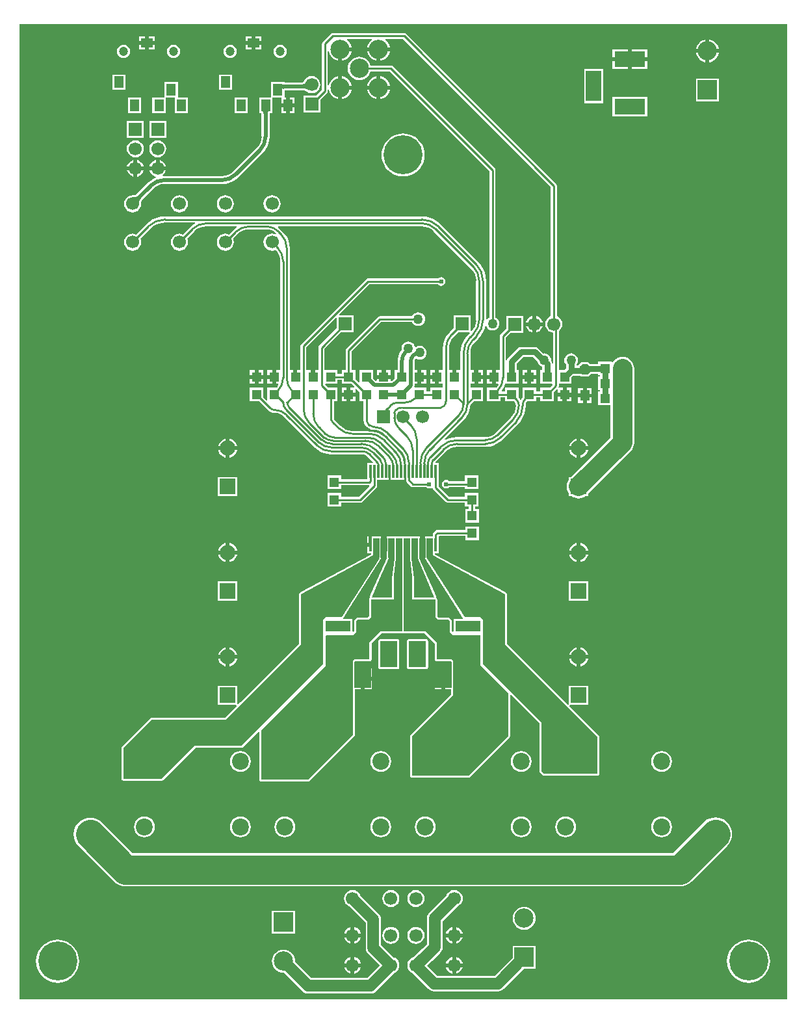
<source format=gbl>
G04*
G04 #@! TF.GenerationSoftware,Altium Limited,Altium Designer,20.0.13 (296)*
G04*
G04 Layer_Physical_Order=2*
G04 Layer_Color=16711680*
%FSLAX44Y44*%
%MOMM*%
G71*
G01*
G75*
%ADD12C,0.2540*%
%ADD18R,1.2700X1.2700*%
%ADD21R,1.2700X1.2700*%
%ADD36C,2.2000*%
%ADD45C,0.5080*%
%ADD46C,3.8100*%
%ADD47C,1.5000*%
%ADD48C,2.5400*%
%ADD50C,0.7620*%
%ADD55C,1.7000*%
%ADD56C,5.0800*%
%ADD57C,2.5000*%
%ADD58R,2.0000X4.0000*%
%ADD59R,4.0000X2.0000*%
%ADD60C,2.0000*%
%ADD61R,2.0000X2.0000*%
%ADD62R,1.7000X1.7000*%
%ADD63C,1.2000*%
%ADD64R,1.2000X1.5000*%
%ADD65R,1.5000X1.2000*%
%ADD66R,2.5000X2.5000*%
%ADD67R,1.7000X1.7000*%
%ADD68C,1.2700*%
%ADD69C,0.6096*%
%ADD70R,0.3000X1.7000*%
%ADD71R,1.2700X1.3970*%
G04:AMPARAMS|DCode=72|XSize=1.397mm|YSize=1.27mm|CornerRadius=0mm|HoleSize=0mm|Usage=FLASHONLY|Rotation=90.000|XOffset=0mm|YOffset=0mm|HoleType=Round|Shape=Octagon|*
%AMOCTAGOND72*
4,1,8,0.3175,0.6985,-0.3175,0.6985,-0.6350,0.3810,-0.6350,-0.3810,-0.3175,-0.6985,0.3175,-0.6985,0.6350,-0.3810,0.6350,0.3810,0.3175,0.6985,0.0*
%
%ADD72OCTAGOND72*%

%ADD73R,1.7500X2.2000*%
%ADD74R,3.2258X1.3462*%
%ADD75R,2.1844X3.4544*%
%ADD76R,2.2606X3.4036*%
%ADD77R,1.6256X2.3876*%
%ADD78R,0.8128X2.5908*%
G36*
X500000Y0D02*
X-500000D01*
Y1270000D01*
X500000D01*
Y0D01*
D02*
G37*
%LPC*%
G36*
X-323913Y1254292D02*
X-331454D01*
Y1248252D01*
X-323913D01*
Y1254292D01*
D02*
G37*
G36*
X-336454D02*
X-343993D01*
Y1248252D01*
X-336454D01*
Y1254292D01*
D02*
G37*
G36*
X-185028Y1254292D02*
X-192568D01*
Y1248252D01*
X-185028D01*
Y1254292D01*
D02*
G37*
G36*
X-197568D02*
X-205108D01*
Y1248252D01*
X-197568D01*
Y1254292D01*
D02*
G37*
G36*
X398994Y1250322D02*
Y1237956D01*
X411361D01*
X411316Y1238404D01*
X410456Y1241239D01*
X409060Y1243852D01*
X407180Y1246142D01*
X404890Y1248022D01*
X402277Y1249418D01*
X399442Y1250278D01*
X398994Y1250322D01*
D02*
G37*
G36*
X393994D02*
X393546Y1250278D01*
X390711Y1249418D01*
X388098Y1248022D01*
X385808Y1246142D01*
X383928Y1243852D01*
X382532Y1241239D01*
X381672Y1238404D01*
X381628Y1237956D01*
X393994D01*
Y1250322D01*
D02*
G37*
G36*
X-323913Y1243252D02*
X-331454D01*
Y1237212D01*
X-323913D01*
Y1243252D01*
D02*
G37*
G36*
X-336454D02*
X-343993D01*
Y1237212D01*
X-336454D01*
Y1243252D01*
D02*
G37*
G36*
X-185028Y1243252D02*
X-192568D01*
Y1237212D01*
X-185028D01*
Y1243252D01*
D02*
G37*
G36*
X-197568D02*
X-205108D01*
Y1237212D01*
X-197568D01*
Y1243252D01*
D02*
G37*
G36*
X317942Y1237292D02*
X297902D01*
Y1227252D01*
X317942D01*
Y1237292D01*
D02*
G37*
G36*
X292902D02*
X272862D01*
Y1227252D01*
X292902D01*
Y1237292D01*
D02*
G37*
G36*
X-298953Y1243366D02*
X-301183Y1243072D01*
X-303260Y1242212D01*
X-305044Y1240843D01*
X-306413Y1239059D01*
X-307274Y1236981D01*
X-307567Y1234752D01*
X-307274Y1232523D01*
X-306413Y1230445D01*
X-305044Y1228661D01*
X-303260Y1227292D01*
X-301183Y1226432D01*
X-298953Y1226138D01*
X-296724Y1226432D01*
X-294647Y1227292D01*
X-292863Y1228661D01*
X-291494Y1230445D01*
X-290633Y1232523D01*
X-290340Y1234752D01*
X-290633Y1236981D01*
X-291494Y1239059D01*
X-292863Y1240843D01*
X-294647Y1242212D01*
X-296724Y1243072D01*
X-298953Y1243366D01*
D02*
G37*
G36*
X-363954D02*
X-366183Y1243072D01*
X-368260Y1242212D01*
X-370044Y1240843D01*
X-371413Y1239059D01*
X-372274Y1236981D01*
X-372567Y1234752D01*
X-372274Y1232523D01*
X-371413Y1230445D01*
X-370044Y1228661D01*
X-368260Y1227292D01*
X-366183Y1226432D01*
X-363954Y1226138D01*
X-361724Y1226432D01*
X-359647Y1227292D01*
X-357863Y1228661D01*
X-356494Y1230445D01*
X-355633Y1232523D01*
X-355340Y1234752D01*
X-355633Y1236981D01*
X-356494Y1239059D01*
X-357863Y1240843D01*
X-359647Y1242212D01*
X-361724Y1243072D01*
X-363954Y1243366D01*
D02*
G37*
G36*
X-160068Y1243366D02*
X-162297Y1243072D01*
X-164375Y1242212D01*
X-166159Y1240843D01*
X-167528Y1239059D01*
X-168388Y1236981D01*
X-168682Y1234752D01*
X-168388Y1232523D01*
X-167528Y1230445D01*
X-166159Y1228661D01*
X-164375Y1227292D01*
X-162297Y1226432D01*
X-160068Y1226138D01*
X-157839Y1226432D01*
X-155761Y1227292D01*
X-153977Y1228661D01*
X-152608Y1230445D01*
X-151748Y1232523D01*
X-151454Y1234752D01*
X-151748Y1236981D01*
X-152608Y1239059D01*
X-153977Y1240843D01*
X-155761Y1242212D01*
X-157839Y1243072D01*
X-160068Y1243366D01*
D02*
G37*
G36*
X-225068D02*
X-227297Y1243072D01*
X-229375Y1242212D01*
X-231159Y1240843D01*
X-232528Y1239059D01*
X-233388Y1236981D01*
X-233682Y1234752D01*
X-233388Y1232523D01*
X-232528Y1230445D01*
X-231159Y1228661D01*
X-229375Y1227292D01*
X-227297Y1226432D01*
X-225068Y1226138D01*
X-222839Y1226432D01*
X-220761Y1227292D01*
X-218977Y1228661D01*
X-217608Y1230445D01*
X-216748Y1232523D01*
X-216454Y1234752D01*
X-216748Y1236981D01*
X-217608Y1239059D01*
X-218977Y1240843D01*
X-220761Y1242212D01*
X-222839Y1243072D01*
X-225068Y1243366D01*
D02*
G37*
G36*
X-17029Y1235096D02*
X-29396D01*
Y1222729D01*
X-28948Y1222774D01*
X-26113Y1223634D01*
X-23500Y1225030D01*
X-21210Y1226910D01*
X-19330Y1229200D01*
X-17934Y1231813D01*
X-17074Y1234648D01*
X-17029Y1235096D01*
D02*
G37*
G36*
X-34396D02*
X-46763D01*
X-46718Y1234648D01*
X-45858Y1231813D01*
X-44462Y1229200D01*
X-42582Y1226910D01*
X-40292Y1225030D01*
X-37679Y1223634D01*
X-34844Y1222774D01*
X-34396Y1222729D01*
Y1235096D01*
D02*
G37*
G36*
X-67029D02*
X-79396D01*
Y1222729D01*
X-78948Y1222774D01*
X-76113Y1223634D01*
X-73500Y1225030D01*
X-71210Y1226910D01*
X-69330Y1229200D01*
X-67934Y1231813D01*
X-67074Y1234648D01*
X-67029Y1235096D01*
D02*
G37*
G36*
X411361Y1232956D02*
X398994D01*
Y1220590D01*
X399442Y1220634D01*
X402277Y1221494D01*
X404890Y1222890D01*
X407180Y1224770D01*
X409060Y1227060D01*
X410456Y1229673D01*
X411316Y1232508D01*
X411361Y1232956D01*
D02*
G37*
G36*
X393994D02*
X381628D01*
X381672Y1232508D01*
X382532Y1229673D01*
X383928Y1227060D01*
X385808Y1224770D01*
X388098Y1222890D01*
X390711Y1221494D01*
X393546Y1220634D01*
X393994Y1220590D01*
Y1232956D01*
D02*
G37*
G36*
X317942Y1222252D02*
X297902D01*
Y1212212D01*
X317942D01*
Y1222252D01*
D02*
G37*
G36*
X292902D02*
X272862D01*
Y1212212D01*
X292902D01*
Y1222252D01*
D02*
G37*
G36*
X-118872Y1202649D02*
X-121754Y1202270D01*
X-124440Y1201157D01*
X-126746Y1199388D01*
X-128515Y1197082D01*
X-128642Y1196776D01*
X-128913Y1196329D01*
X-129250Y1195872D01*
X-129591Y1195493D01*
X-129936Y1195184D01*
X-130287Y1194935D01*
X-130652Y1194736D01*
X-131042Y1194580D01*
X-131468Y1194465D01*
X-131805Y1194413D01*
X-154456D01*
X-154528Y1194416D01*
Y1194792D01*
X-156994D01*
X-157089Y1194811D01*
X-157187Y1194792D01*
X-171608D01*
Y1176345D01*
X-171608Y1175171D01*
X-172795Y1174792D01*
X-187608D01*
Y1154712D01*
X-184509D01*
X-184473Y1154623D01*
X-184370Y1154242D01*
X-184281Y1153704D01*
X-184247Y1153330D01*
Y1124059D01*
X-184201Y1123823D01*
X-184567Y1120100D01*
X-185722Y1116294D01*
X-187597Y1112786D01*
X-189325Y1110681D01*
X-190170Y1109761D01*
Y1109761D01*
X-191052Y1108878D01*
X-221521Y1078410D01*
X-221655Y1078210D01*
X-224546Y1075837D01*
X-228054Y1073962D01*
X-231861Y1072807D01*
X-235583Y1072441D01*
X-235819Y1072487D01*
X-310897D01*
X-310941Y1072479D01*
X-312604Y1072348D01*
X-313078Y1073585D01*
X-311658Y1074674D01*
X-309889Y1076980D01*
X-308776Y1079666D01*
X-308726Y1080048D01*
X-319532D01*
X-330338D01*
X-330288Y1079666D01*
X-329175Y1076980D01*
X-327406Y1074674D01*
X-325100Y1072905D01*
X-322414Y1071792D01*
X-321885Y1071722D01*
X-321713Y1070419D01*
X-324777Y1069150D01*
X-328868Y1066643D01*
X-332483Y1063556D01*
X-332520Y1063531D01*
X-347108Y1048943D01*
X-347382Y1048735D01*
X-347825Y1048459D01*
X-348304Y1048216D01*
X-348826Y1048007D01*
X-349394Y1047831D01*
X-350013Y1047692D01*
X-350683Y1047592D01*
X-351408Y1047533D01*
X-351986Y1047522D01*
X-352298Y1047563D01*
X-355180Y1047184D01*
X-357866Y1046071D01*
X-360172Y1044302D01*
X-361941Y1041996D01*
X-363054Y1039310D01*
X-363433Y1036428D01*
X-363054Y1033546D01*
X-361941Y1030860D01*
X-360172Y1028554D01*
X-357866Y1026785D01*
X-355180Y1025672D01*
X-352298Y1025293D01*
X-349416Y1025672D01*
X-346730Y1026785D01*
X-344424Y1028554D01*
X-342655Y1030860D01*
X-341542Y1033546D01*
X-341163Y1036428D01*
X-341204Y1036740D01*
X-341193Y1037318D01*
X-341134Y1038043D01*
X-341034Y1038714D01*
X-340895Y1039332D01*
X-340719Y1039900D01*
X-340510Y1040422D01*
X-340267Y1040901D01*
X-339991Y1041345D01*
X-339783Y1041618D01*
X-325195Y1056206D01*
X-325061Y1056406D01*
X-322170Y1058779D01*
X-318662Y1060654D01*
X-314855Y1061809D01*
X-311133Y1062175D01*
X-310897Y1062129D01*
X-235819D01*
X-235775Y1062137D01*
X-231036Y1062510D01*
X-226371Y1063630D01*
X-221939Y1065466D01*
X-217848Y1067973D01*
X-214233Y1071060D01*
X-214196Y1071085D01*
X-182845Y1102436D01*
X-182845Y1102436D01*
X-182845Y1102436D01*
X-182820Y1102473D01*
X-179733Y1106088D01*
X-177226Y1110179D01*
X-175390Y1114611D01*
X-174270Y1119276D01*
X-173897Y1124015D01*
X-173888Y1124059D01*
Y1153330D01*
X-173855Y1153704D01*
X-173766Y1154242D01*
X-173663Y1154623D01*
X-173627Y1154712D01*
X-170528D01*
Y1173159D01*
X-170528Y1174333D01*
X-169341Y1174712D01*
X-158608D01*
Y1167252D01*
X-152568D01*
Y1174792D01*
X-154528D01*
Y1183799D01*
X-154458Y1183827D01*
X-154073Y1183930D01*
X-153529Y1184020D01*
X-153152Y1184054D01*
X-130180D01*
X-129910Y1184025D01*
X-129333Y1183926D01*
X-128756Y1183790D01*
X-127377Y1183344D01*
X-126728Y1183080D01*
X-125185Y1182336D01*
X-124682Y1182057D01*
X-124440Y1181871D01*
X-121754Y1180758D01*
X-118872Y1180379D01*
X-115990Y1180758D01*
X-113304Y1181871D01*
X-110998Y1183640D01*
X-109229Y1185946D01*
X-108116Y1188632D01*
X-107737Y1191514D01*
X-108116Y1194396D01*
X-109229Y1197082D01*
X-110998Y1199388D01*
X-113304Y1201157D01*
X-115990Y1202270D01*
X-118872Y1202649D01*
D02*
G37*
G36*
X-29396Y1202462D02*
Y1190096D01*
X-17030D01*
X-17074Y1190544D01*
X-17934Y1193379D01*
X-19330Y1195992D01*
X-21210Y1198282D01*
X-23500Y1200162D01*
X-26113Y1201558D01*
X-28948Y1202418D01*
X-29396Y1202462D01*
D02*
G37*
G36*
X-79396Y1202463D02*
Y1190096D01*
X-67030D01*
X-67074Y1190544D01*
X-67934Y1193379D01*
X-69330Y1195992D01*
X-71210Y1198282D01*
X-73500Y1200162D01*
X-76113Y1201558D01*
X-78948Y1202418D01*
X-79396Y1202463D01*
D02*
G37*
G36*
X-34396Y1202462D02*
X-34844Y1202418D01*
X-37679Y1201558D01*
X-40292Y1200162D01*
X-42582Y1198282D01*
X-44462Y1195992D01*
X-45858Y1193379D01*
X-46718Y1190544D01*
X-46762Y1190096D01*
X-34396D01*
Y1202462D01*
D02*
G37*
G36*
X-361413Y1204792D02*
X-378493D01*
Y1184712D01*
X-361413D01*
Y1204792D01*
D02*
G37*
G36*
X-222528Y1204792D02*
X-239608D01*
Y1184712D01*
X-222528D01*
Y1204792D01*
D02*
G37*
G36*
X-17030Y1185096D02*
X-29396D01*
Y1172729D01*
X-28948Y1172774D01*
X-26113Y1173634D01*
X-23500Y1175030D01*
X-21210Y1176910D01*
X-19330Y1179200D01*
X-17934Y1181813D01*
X-17074Y1184648D01*
X-17030Y1185096D01*
D02*
G37*
G36*
X-34396D02*
X-46762D01*
X-46718Y1184648D01*
X-45858Y1181813D01*
X-44462Y1179200D01*
X-42582Y1176910D01*
X-40292Y1175030D01*
X-37679Y1173634D01*
X-34844Y1172774D01*
X-34396Y1172729D01*
Y1185096D01*
D02*
G37*
G36*
X-67030D02*
X-79396D01*
Y1172729D01*
X-78948Y1172774D01*
X-76113Y1173634D01*
X-73500Y1175030D01*
X-71210Y1176910D01*
X-69330Y1179200D01*
X-67934Y1181813D01*
X-67074Y1184648D01*
X-67030Y1185096D01*
D02*
G37*
G36*
X411534Y1199696D02*
X381454D01*
Y1169616D01*
X411534D01*
Y1199696D01*
D02*
G37*
G36*
X-141528Y1174792D02*
X-147568D01*
Y1167252D01*
X-141528D01*
Y1174792D01*
D02*
G37*
G36*
X260942Y1212292D02*
X235862D01*
Y1167212D01*
X260942D01*
Y1212292D01*
D02*
G37*
G36*
X-293414Y1194792D02*
X-310493D01*
Y1176345D01*
X-310494Y1175171D01*
X-311681Y1174792D01*
X-326493D01*
Y1154712D01*
X-309414D01*
Y1173159D01*
X-309413Y1174333D01*
X-308226Y1174712D01*
X-297493D01*
Y1154712D01*
X-280413D01*
Y1174792D01*
X-293414D01*
Y1194792D01*
D02*
G37*
G36*
X-341413Y1174792D02*
X-358493D01*
Y1154712D01*
X-341413D01*
Y1174792D01*
D02*
G37*
G36*
X-141528Y1162252D02*
X-147568D01*
Y1154712D01*
X-141528D01*
Y1162252D01*
D02*
G37*
G36*
X-152568D02*
X-158608D01*
Y1154712D01*
X-152568D01*
Y1162252D01*
D02*
G37*
G36*
X-202528Y1174792D02*
X-219608D01*
Y1154712D01*
X-202528D01*
Y1174792D01*
D02*
G37*
G36*
X317942Y1175292D02*
X272862D01*
Y1150212D01*
X317942D01*
Y1175292D01*
D02*
G37*
G36*
X-308492Y1144388D02*
X-330572D01*
Y1122308D01*
X-308492D01*
Y1144388D01*
D02*
G37*
G36*
X-337702D02*
X-359782D01*
Y1122308D01*
X-337702D01*
Y1144388D01*
D02*
G37*
G36*
X-319532Y1119083D02*
X-322414Y1118704D01*
X-325100Y1117591D01*
X-327406Y1115822D01*
X-329175Y1113516D01*
X-330288Y1110830D01*
X-330667Y1107948D01*
X-330288Y1105066D01*
X-329175Y1102380D01*
X-327406Y1100074D01*
X-325100Y1098305D01*
X-322414Y1097192D01*
X-319532Y1096813D01*
X-316650Y1097192D01*
X-313964Y1098305D01*
X-311658Y1100074D01*
X-309889Y1102380D01*
X-308776Y1105066D01*
X-308397Y1107948D01*
X-308776Y1110830D01*
X-309889Y1113516D01*
X-311658Y1115822D01*
X-313964Y1117591D01*
X-316650Y1118704D01*
X-319532Y1119083D01*
D02*
G37*
G36*
X-348742D02*
X-351624Y1118704D01*
X-354310Y1117591D01*
X-356616Y1115822D01*
X-358385Y1113516D01*
X-359498Y1110830D01*
X-359877Y1107948D01*
X-359498Y1105066D01*
X-358385Y1102380D01*
X-356616Y1100074D01*
X-354310Y1098305D01*
X-351624Y1097192D01*
X-348742Y1096813D01*
X-345860Y1097192D01*
X-343174Y1098305D01*
X-340868Y1100074D01*
X-339099Y1102380D01*
X-337986Y1105066D01*
X-337607Y1107948D01*
X-337986Y1110830D01*
X-339099Y1113516D01*
X-340868Y1115822D01*
X-343174Y1117591D01*
X-345860Y1118704D01*
X-348742Y1119083D01*
D02*
G37*
G36*
X-317032Y1093354D02*
Y1085048D01*
X-308726D01*
X-308776Y1085430D01*
X-309889Y1088116D01*
X-311658Y1090422D01*
X-313964Y1092191D01*
X-316650Y1093304D01*
X-317032Y1093354D01*
D02*
G37*
G36*
X-346242D02*
Y1085048D01*
X-337936D01*
X-337986Y1085430D01*
X-339099Y1088116D01*
X-340868Y1090422D01*
X-343174Y1092191D01*
X-345860Y1093304D01*
X-346242Y1093354D01*
D02*
G37*
G36*
X-322032Y1093354D02*
X-322414Y1093304D01*
X-325100Y1092191D01*
X-327406Y1090422D01*
X-329175Y1088116D01*
X-330288Y1085430D01*
X-330338Y1085048D01*
X-322032D01*
Y1093354D01*
D02*
G37*
G36*
X-351242D02*
X-351624Y1093304D01*
X-354310Y1092191D01*
X-356616Y1090422D01*
X-358385Y1088116D01*
X-359498Y1085430D01*
X-359548Y1085048D01*
X-351242D01*
Y1093354D01*
D02*
G37*
G36*
X0Y1128026D02*
X-4384Y1127681D01*
X-8661Y1126655D01*
X-12724Y1124972D01*
X-16473Y1122674D01*
X-19818Y1119818D01*
X-22674Y1116473D01*
X-24972Y1112724D01*
X-26655Y1108661D01*
X-27681Y1104384D01*
X-28026Y1100000D01*
X-27681Y1095616D01*
X-26655Y1091339D01*
X-24972Y1087276D01*
X-22674Y1083527D01*
X-19818Y1080182D01*
X-16473Y1077326D01*
X-12724Y1075028D01*
X-8661Y1073345D01*
X-4384Y1072319D01*
X0Y1071974D01*
X4384Y1072319D01*
X8661Y1073345D01*
X12724Y1075028D01*
X16473Y1077326D01*
X19818Y1080182D01*
X22674Y1083527D01*
X24972Y1087276D01*
X26655Y1091339D01*
X27681Y1095616D01*
X28026Y1100000D01*
X27681Y1104384D01*
X26655Y1108661D01*
X24972Y1112724D01*
X22674Y1116473D01*
X19818Y1119818D01*
X16473Y1122674D01*
X12724Y1124972D01*
X8661Y1126655D01*
X4384Y1127681D01*
X0Y1128026D01*
D02*
G37*
G36*
X-351242Y1080048D02*
X-359548D01*
X-359498Y1079666D01*
X-358385Y1076980D01*
X-356616Y1074674D01*
X-354310Y1072905D01*
X-351624Y1071792D01*
X-351242Y1071742D01*
Y1080048D01*
D02*
G37*
G36*
X-337936D02*
X-346242D01*
Y1071742D01*
X-345860Y1071792D01*
X-343174Y1072905D01*
X-340868Y1074674D01*
X-339099Y1076980D01*
X-337986Y1079666D01*
X-337936Y1080048D01*
D02*
G37*
G36*
X-170593Y1047563D02*
X-173475Y1047184D01*
X-176161Y1046071D01*
X-178467Y1044302D01*
X-180237Y1041996D01*
X-181349Y1039310D01*
X-181729Y1036428D01*
X-181349Y1033546D01*
X-180237Y1030860D01*
X-178467Y1028554D01*
X-176161Y1026785D01*
X-173475Y1025672D01*
X-170593Y1025293D01*
X-167712Y1025672D01*
X-165026Y1026785D01*
X-162720Y1028554D01*
X-160950Y1030860D01*
X-159838Y1033546D01*
X-159458Y1036428D01*
X-159838Y1039310D01*
X-160950Y1041996D01*
X-162720Y1044302D01*
X-165026Y1046071D01*
X-167712Y1047184D01*
X-170593Y1047563D01*
D02*
G37*
G36*
X-231470D02*
X-234352Y1047184D01*
X-237037Y1046071D01*
X-239344Y1044302D01*
X-241113Y1041996D01*
X-242226Y1039310D01*
X-242605Y1036428D01*
X-242226Y1033546D01*
X-241113Y1030860D01*
X-239344Y1028554D01*
X-237037Y1026785D01*
X-234352Y1025672D01*
X-231470Y1025293D01*
X-228588Y1025672D01*
X-225902Y1026785D01*
X-223596Y1028554D01*
X-221826Y1030860D01*
X-220714Y1033546D01*
X-220334Y1036428D01*
X-220714Y1039310D01*
X-221826Y1041996D01*
X-223596Y1044302D01*
X-225902Y1046071D01*
X-228588Y1047184D01*
X-231470Y1047563D01*
D02*
G37*
G36*
X-291338D02*
X-294220Y1047184D01*
X-296906Y1046071D01*
X-299212Y1044302D01*
X-300981Y1041996D01*
X-302094Y1039310D01*
X-302473Y1036428D01*
X-302094Y1033546D01*
X-300981Y1030860D01*
X-299212Y1028554D01*
X-296906Y1026785D01*
X-294220Y1025672D01*
X-291338Y1025293D01*
X-288456Y1025672D01*
X-285770Y1026785D01*
X-283464Y1028554D01*
X-281695Y1030860D01*
X-280582Y1033546D01*
X-280203Y1036428D01*
X-280582Y1039310D01*
X-281695Y1041996D01*
X-283464Y1044302D01*
X-285770Y1046071D01*
X-288456Y1047184D01*
X-291338Y1047563D01*
D02*
G37*
G36*
X173442Y890446D02*
Y882140D01*
X181748D01*
X181698Y882522D01*
X180585Y885208D01*
X178816Y887514D01*
X176510Y889283D01*
X173824Y890396D01*
X173442Y890446D01*
D02*
G37*
G36*
X168442D02*
X168060Y890396D01*
X165374Y889283D01*
X163068Y887514D01*
X161299Y885208D01*
X160186Y882522D01*
X160136Y882140D01*
X168442D01*
Y890446D01*
D02*
G37*
G36*
X181748Y877140D02*
X173442D01*
Y868834D01*
X173824Y868884D01*
X176510Y869997D01*
X178816Y871766D01*
X180585Y874072D01*
X181698Y876758D01*
X181748Y877140D01*
D02*
G37*
G36*
X168442D02*
X160136D01*
X160186Y876758D01*
X161299Y874072D01*
X163068Y871766D01*
X165374Y869997D01*
X168060Y868884D01*
X168442Y868834D01*
Y877140D01*
D02*
G37*
G36*
X1270Y1258899D02*
X-91440D01*
X-92927Y1258603D01*
X-94187Y1257761D01*
X-104601Y1247347D01*
X-105443Y1246087D01*
X-105739Y1244600D01*
Y1184741D01*
X-113326Y1177154D01*
X-129912D01*
Y1155074D01*
X-107832D01*
Y1171660D01*
X-99107Y1180385D01*
X-98265Y1181645D01*
X-97969Y1183132D01*
Y1184499D01*
X-96718Y1184648D01*
X-95858Y1181813D01*
X-94462Y1179200D01*
X-92582Y1176910D01*
X-90292Y1175030D01*
X-87679Y1173634D01*
X-84844Y1172774D01*
X-84396Y1172729D01*
Y1187596D01*
Y1202462D01*
X-84844Y1202418D01*
X-87679Y1201558D01*
X-90292Y1200162D01*
X-92582Y1198282D01*
X-94462Y1195992D01*
X-95858Y1193379D01*
X-96718Y1190544D01*
X-97969Y1190693D01*
Y1234499D01*
X-96718Y1234648D01*
X-95858Y1231813D01*
X-94462Y1229200D01*
X-92582Y1226910D01*
X-90292Y1225030D01*
X-87679Y1223634D01*
X-84844Y1222774D01*
X-84396Y1222729D01*
Y1237596D01*
X-81896D01*
Y1240096D01*
X-67030D01*
X-67074Y1240544D01*
X-67934Y1243379D01*
X-69330Y1245992D01*
X-71210Y1248282D01*
X-73131Y1249859D01*
X-72677Y1251129D01*
X-41115D01*
X-40661Y1249859D01*
X-42582Y1248282D01*
X-44462Y1245992D01*
X-45858Y1243379D01*
X-46718Y1240544D01*
X-46762Y1240096D01*
X-31896D01*
X-17030D01*
X-17074Y1240544D01*
X-17934Y1243379D01*
X-19330Y1245992D01*
X-21210Y1248282D01*
X-23131Y1249859D01*
X-22677Y1251129D01*
X-339D01*
X192457Y1058333D01*
Y889980D01*
X190774Y889283D01*
X188468Y887514D01*
X186699Y885208D01*
X185586Y882522D01*
X185207Y879640D01*
X185586Y876758D01*
X186699Y874072D01*
X188468Y871766D01*
X190774Y869997D01*
X193460Y868884D01*
X195251Y868648D01*
Y828299D01*
X193997Y828261D01*
X193504Y830739D01*
X192758Y831856D01*
X192863Y832650D01*
X192557Y834971D01*
X191661Y837133D01*
X190236Y838990D01*
X188379Y840415D01*
X186217Y841311D01*
X183896Y841617D01*
X182849Y841479D01*
X176215Y848112D01*
X174115Y849516D01*
X171637Y850008D01*
X153670D01*
X151192Y849516D01*
X149092Y848112D01*
X136858Y835878D01*
X135454Y833777D01*
X135203Y832513D01*
X133933Y832638D01*
Y862537D01*
X139996Y868600D01*
X156582D01*
Y890680D01*
X134502D01*
Y874094D01*
X127301Y866893D01*
X126459Y865633D01*
X126163Y864146D01*
Y819696D01*
X120892D01*
Y810806D01*
Y801916D01*
X123481D01*
X124134Y800827D01*
X122834Y798395D01*
X121555Y796836D01*
X109502D01*
Y779056D01*
X127282D01*
Y784061D01*
X132546D01*
Y779056D01*
X144808D01*
X145931Y777593D01*
X146734Y775655D01*
X147001Y773625D01*
X146991Y773575D01*
X147026Y773402D01*
X146629Y769368D01*
X145401Y765322D01*
X143408Y761593D01*
X140836Y758459D01*
X140690Y758361D01*
X120189Y737861D01*
X120123Y737762D01*
X117470Y735585D01*
X114340Y733912D01*
X110944Y732882D01*
X107530Y732545D01*
X107413Y732569D01*
X70465D01*
Y732600D01*
X65097Y732177D01*
X59861Y730920D01*
X54886Y728860D01*
X54879Y728855D01*
X54087Y729860D01*
X79246Y755018D01*
X79256Y755009D01*
X82172Y758424D01*
X84519Y762253D01*
X86237Y766402D01*
X87286Y770769D01*
X87604Y774806D01*
X91854Y779056D01*
X104140D01*
Y796836D01*
X87625D01*
Y801916D01*
X92750D01*
Y810806D01*
Y819696D01*
X87625D01*
Y841569D01*
X87590Y841742D01*
X87987Y845776D01*
X89215Y849822D01*
X91208Y853551D01*
X93779Y856684D01*
X93926Y856783D01*
X97997Y860853D01*
X98018Y860832D01*
X101482Y864888D01*
X104270Y869436D01*
X106311Y874364D01*
X106958Y877059D01*
X108289Y877164D01*
X108821Y875881D01*
X110246Y874024D01*
X112103Y872599D01*
X114265Y871703D01*
X116586Y871397D01*
X118907Y871703D01*
X121069Y872599D01*
X122926Y874024D01*
X124351Y875881D01*
X125247Y878043D01*
X125553Y880364D01*
X125247Y882685D01*
X124351Y884847D01*
X122926Y886704D01*
X121069Y888129D01*
X120471Y888377D01*
Y1080262D01*
X120175Y1081749D01*
X119333Y1083009D01*
X-13001Y1215343D01*
X-14261Y1216185D01*
X-15748Y1216481D01*
X-42358D01*
X-42934Y1218379D01*
X-44330Y1220992D01*
X-46210Y1223282D01*
X-48500Y1225162D01*
X-51113Y1226558D01*
X-53948Y1227418D01*
X-56896Y1227709D01*
X-59844Y1227418D01*
X-62679Y1226558D01*
X-65292Y1225162D01*
X-67582Y1223282D01*
X-69462Y1220992D01*
X-70858Y1218379D01*
X-71718Y1215544D01*
X-72009Y1212596D01*
X-71718Y1209648D01*
X-70858Y1206813D01*
X-69462Y1204200D01*
X-67582Y1201910D01*
X-65292Y1200030D01*
X-62679Y1198634D01*
X-59844Y1197774D01*
X-56896Y1197483D01*
X-53948Y1197774D01*
X-51113Y1198634D01*
X-48500Y1200030D01*
X-46210Y1201910D01*
X-44330Y1204200D01*
X-42934Y1206813D01*
X-42358Y1208711D01*
X-17357D01*
X112701Y1078653D01*
Y888377D01*
X112103Y888129D01*
X110246Y886704D01*
X109215Y885361D01*
X107945Y885792D01*
Y936391D01*
X107976D01*
X107553Y941759D01*
X106296Y946995D01*
X104236Y951970D01*
X101422Y956561D01*
X97925Y960656D01*
X97903Y960634D01*
X48774Y1009763D01*
X48796Y1009785D01*
X44701Y1013282D01*
X40110Y1016096D01*
X35135Y1018156D01*
X29899Y1019413D01*
X24531Y1019836D01*
Y1019805D01*
X-310214D01*
Y1019836D01*
X-315582Y1019413D01*
X-320818Y1018156D01*
X-325793Y1016096D01*
X-330384Y1013282D01*
X-334479Y1009785D01*
X-334457Y1009763D01*
X-347733Y996487D01*
X-349416Y997184D01*
X-352298Y997563D01*
X-355180Y997184D01*
X-357866Y996071D01*
X-360172Y994302D01*
X-361941Y991996D01*
X-363054Y989310D01*
X-363433Y986428D01*
X-363054Y983546D01*
X-361941Y980860D01*
X-360172Y978554D01*
X-357866Y976785D01*
X-355180Y975672D01*
X-352298Y975293D01*
X-349416Y975672D01*
X-346730Y976785D01*
X-344424Y978554D01*
X-342655Y980860D01*
X-341542Y983546D01*
X-341163Y986428D01*
X-341542Y989310D01*
X-342239Y990993D01*
X-328963Y1004269D01*
X-328903Y1004359D01*
X-325817Y1006995D01*
X-322265Y1009172D01*
X-318417Y1010766D01*
X-314366Y1011738D01*
X-310320Y1012057D01*
X-310214Y1012035D01*
X-271391D01*
X-271033Y1010765D01*
X-273547Y1009224D01*
X-277043Y1006238D01*
X-277032Y1006227D01*
X-286773Y996487D01*
X-288456Y997184D01*
X-291338Y997563D01*
X-294220Y997184D01*
X-296906Y996071D01*
X-299212Y994302D01*
X-300981Y991996D01*
X-302094Y989310D01*
X-302473Y986428D01*
X-302094Y983546D01*
X-300981Y980860D01*
X-299212Y978554D01*
X-296906Y976785D01*
X-294220Y975672D01*
X-291338Y975293D01*
X-288456Y975672D01*
X-285770Y976785D01*
X-283464Y978554D01*
X-281695Y980860D01*
X-280582Y983546D01*
X-280203Y986428D01*
X-280582Y989310D01*
X-281279Y990993D01*
X-271539Y1000734D01*
X-271441Y1000881D01*
X-268307Y1003452D01*
X-264578Y1005445D01*
X-260532Y1006673D01*
X-256498Y1007070D01*
X-256325Y1007035D01*
X-217019D01*
X-216674Y1005813D01*
X-217749Y1005154D01*
X-221245Y1002169D01*
X-221234Y1002157D01*
X-226905Y996487D01*
X-228588Y997184D01*
X-231470Y997563D01*
X-234352Y997184D01*
X-237037Y996071D01*
X-239344Y994302D01*
X-241113Y991996D01*
X-242226Y989310D01*
X-242605Y986428D01*
X-242226Y983546D01*
X-241113Y980860D01*
X-239344Y978554D01*
X-237037Y976785D01*
X-234352Y975672D01*
X-231470Y975293D01*
X-228588Y975672D01*
X-225902Y976785D01*
X-223596Y978554D01*
X-221826Y980860D01*
X-220714Y983546D01*
X-220334Y986428D01*
X-220714Y989310D01*
X-221411Y990993D01*
X-215740Y996664D01*
X-215642Y996811D01*
X-212509Y999382D01*
X-208780Y1001375D01*
X-204734Y1002602D01*
X-200700Y1003000D01*
X-200527Y1002965D01*
X-177474D01*
X-177472Y1002964D01*
Y1002964D01*
X-177472Y1002964D01*
X-174412Y1002662D01*
X-171067Y1001648D01*
X-167985Y1000000D01*
X-165371Y997855D01*
X-165307Y997759D01*
X-164971Y997423D01*
X-165690Y996347D01*
X-167712Y997184D01*
X-170593Y997563D01*
X-173475Y997184D01*
X-176161Y996071D01*
X-178467Y994302D01*
X-180237Y991996D01*
X-181349Y989310D01*
X-181729Y986428D01*
X-181349Y983546D01*
X-180237Y980860D01*
X-178467Y978554D01*
X-176161Y976785D01*
X-173475Y975672D01*
X-170593Y975293D01*
X-167712Y975672D01*
X-166028Y976369D01*
X-163678Y973505D01*
X-161685Y969777D01*
X-160457Y965731D01*
X-160060Y961697D01*
X-160095Y961523D01*
Y819696D01*
X-165281D01*
Y810806D01*
Y801916D01*
X-163055D01*
X-162293Y800646D01*
X-163678Y798056D01*
X-164679Y796836D01*
X-176671D01*
Y780946D01*
X-177844Y780460D01*
X-181935Y784550D01*
Y796836D01*
X-199715D01*
Y779056D01*
X-187428D01*
X-176249Y767877D01*
X-176249Y767877D01*
X-176277Y767849D01*
X-173524Y765737D01*
X-170318Y764409D01*
X-166878Y763956D01*
Y763956D01*
X-165630Y763902D01*
X-163563Y763698D01*
X-160375Y762731D01*
X-157437Y761161D01*
X-154938Y759111D01*
X-154882Y759027D01*
X-114636Y718780D01*
X-114647Y718769D01*
X-111151Y715783D01*
X-107230Y713381D01*
X-102983Y711621D01*
X-98512Y710548D01*
X-93928Y710187D01*
Y710203D01*
X-52832D01*
X-52776Y710214D01*
X-50693Y709939D01*
X-48700Y709114D01*
X-47958Y708544D01*
X-47001Y707787D01*
X-46123Y706909D01*
X-39257Y700043D01*
X-39743Y698870D01*
X-46540D01*
Y687597D01*
X-46541Y687594D01*
Y677531D01*
X-80772D01*
Y682536D01*
X-98552D01*
Y664756D01*
X-80772D01*
Y669761D01*
X-44450D01*
X-44448Y669762D01*
X-43822Y668591D01*
X-57743Y654671D01*
X-80772D01*
Y659676D01*
X-98552D01*
Y641896D01*
X-80772D01*
Y646901D01*
X-56134D01*
X-54647Y647197D01*
X-53387Y648039D01*
X-34753Y666673D01*
X-33911Y667933D01*
X-33615Y669420D01*
Y676790D01*
X-21540D01*
Y676790D01*
X-18460D01*
Y687830D01*
X-16541D01*
Y676790D01*
X-13460D01*
Y676790D01*
X3615D01*
Y676522D01*
X3911Y675035D01*
X4753Y673775D01*
X9915Y668613D01*
X11175Y667771D01*
X12662Y667475D01*
X29911D01*
X30007Y667331D01*
X31856Y666096D01*
X34036Y665663D01*
X36216Y666096D01*
X37381Y666874D01*
X37433Y666878D01*
X38754Y666264D01*
X38911Y665473D01*
X39753Y664213D01*
X55927Y648039D01*
X57187Y647197D01*
X58674Y646901D01*
X80772D01*
Y641896D01*
X85777D01*
Y639102D01*
X81026D01*
Y621322D01*
X98806D01*
Y639102D01*
X93547D01*
Y641896D01*
X98552D01*
Y659676D01*
X80772D01*
Y654671D01*
X60283D01*
X46385Y668569D01*
Y676790D01*
X46540D01*
Y698870D01*
X42652D01*
X41973Y700140D01*
X42120Y700360D01*
X42117Y700363D01*
X55251Y713498D01*
X55349Y713644D01*
X58483Y716216D01*
X62212Y718209D01*
X66258Y719436D01*
X70292Y719834D01*
X70465Y719799D01*
X107413D01*
Y719779D01*
X112240Y720159D01*
X116948Y721289D01*
X121422Y723142D01*
X125551Y725672D01*
X129233Y728817D01*
X129218Y728832D01*
X149719Y749332D01*
X149741Y749310D01*
X153238Y753405D01*
X156052Y757996D01*
X158112Y762971D01*
X159369Y768207D01*
X159792Y773575D01*
X159792D01*
Y774845D01*
X159923Y775845D01*
X161037Y778534D01*
X161438Y779056D01*
X173369D01*
Y784061D01*
X178633D01*
Y779056D01*
X196413D01*
Y791342D01*
X200503Y795432D01*
X201676Y794946D01*
Y790446D01*
X208066D01*
Y796836D01*
X203424D01*
X202694Y797877D01*
X202731Y798106D01*
X203021Y799559D01*
Y801916D01*
X219456D01*
Y810540D01*
X221630Y812714D01*
X230883D01*
X232283Y811314D01*
X241173D01*
X244795Y814936D01*
X254000D01*
Y813092D01*
X256543D01*
Y811314D01*
X254254D01*
Y793534D01*
X256543D01*
Y791756D01*
X254254D01*
Y773976D01*
X270436D01*
Y731528D01*
X219483Y680575D01*
X216060D01*
Y676778D01*
X215867Y676543D01*
X214452Y673895D01*
X213580Y671023D01*
X213286Y668035D01*
X213580Y665048D01*
X214452Y662175D01*
X215867Y659527D01*
X216060Y659292D01*
Y655495D01*
X219857D01*
X220092Y655302D01*
X222740Y653887D01*
X225612Y653016D01*
X228600Y652721D01*
X231588Y653016D01*
X234460Y653887D01*
X237108Y655302D01*
X237343Y655495D01*
X241140D01*
Y658918D01*
X296578Y714357D01*
X296579Y714357D01*
X298483Y716677D01*
X299898Y719325D01*
X300770Y722198D01*
X301064Y725185D01*
X301064Y725185D01*
Y782866D01*
Y802424D01*
Y821982D01*
X300770Y824970D01*
X299898Y827842D01*
X298483Y830490D01*
X296579Y832811D01*
X294258Y834715D01*
X291610Y836130D01*
X288738Y837001D01*
X285750Y837296D01*
X282762Y837001D01*
X279890Y836130D01*
X277242Y834715D01*
X274921Y832811D01*
X273050Y830530D01*
X272940Y830523D01*
X271780Y830872D01*
Y830872D01*
X254000D01*
Y827885D01*
X243652D01*
X241173Y830364D01*
X232283D01*
X227838Y825919D01*
Y825662D01*
X226346D01*
X225766Y826932D01*
X226713Y828167D01*
X227609Y830329D01*
X227915Y832650D01*
X227609Y834971D01*
X226713Y837133D01*
X225288Y838990D01*
X223431Y840415D01*
X221269Y841311D01*
X218948Y841617D01*
X216627Y841311D01*
X214465Y840415D01*
X212608Y838990D01*
X211183Y837133D01*
X210287Y834971D01*
X209981Y832650D01*
X210287Y830329D01*
X211183Y828167D01*
X212474Y826484D01*
Y821870D01*
X210300Y819696D01*
X203021D01*
Y870849D01*
X204216Y871766D01*
X205985Y874072D01*
X207098Y876758D01*
X207477Y879640D01*
X207098Y882522D01*
X205985Y885208D01*
X204216Y887514D01*
X201910Y889283D01*
X200227Y889980D01*
Y1059942D01*
X199931Y1061429D01*
X199089Y1062689D01*
X4017Y1257761D01*
X2757Y1258603D01*
X1270Y1258899D01*
D02*
G37*
G36*
X104140Y819696D02*
X97750D01*
Y813306D01*
X104140D01*
Y819696D01*
D02*
G37*
G36*
X-181935D02*
X-188325D01*
Y813306D01*
X-181935D01*
Y819696D01*
D02*
G37*
G36*
X-193325D02*
X-199715D01*
Y813306D01*
X-193325D01*
Y819696D01*
D02*
G37*
G36*
X-170281D02*
X-176671D01*
Y813306D01*
X-170281D01*
Y819696D01*
D02*
G37*
G36*
X115893D02*
X109502D01*
Y813306D01*
X115893D01*
Y819696D01*
D02*
G37*
G36*
Y808306D02*
X109502D01*
Y801916D01*
X115893D01*
Y808306D01*
D02*
G37*
G36*
X104140Y808306D02*
X97750D01*
Y801916D01*
X104140D01*
Y808306D01*
D02*
G37*
G36*
X-170281Y808306D02*
X-176671D01*
Y801916D01*
X-170281D01*
Y808306D01*
D02*
G37*
G36*
X-181935Y808306D02*
X-188325D01*
Y801916D01*
X-181935D01*
Y808306D01*
D02*
G37*
G36*
X-193325D02*
X-199715D01*
Y801916D01*
X-193325D01*
Y808306D01*
D02*
G37*
G36*
X219456Y796836D02*
X213066D01*
Y790446D01*
X219456D01*
Y796836D01*
D02*
G37*
G36*
X245618Y796074D02*
X239228D01*
Y789049D01*
X245618D01*
Y796074D01*
D02*
G37*
G36*
X234228D02*
X227838D01*
Y789049D01*
X234228D01*
Y796074D01*
D02*
G37*
G36*
X219456Y785446D02*
X213066D01*
Y779056D01*
X219456D01*
Y785446D01*
D02*
G37*
G36*
X208066D02*
X201676D01*
Y779056D01*
X208066D01*
Y785446D01*
D02*
G37*
G36*
X245618Y784049D02*
X239228D01*
Y777024D01*
X245618D01*
Y784049D01*
D02*
G37*
G36*
X234228D02*
X227838D01*
Y777024D01*
X234228D01*
Y784049D01*
D02*
G37*
G36*
X231100Y730354D02*
Y720535D01*
X240919D01*
X240817Y721309D01*
X239554Y724359D01*
X237544Y726979D01*
X234924Y728989D01*
X231874Y730252D01*
X231100Y730354D01*
D02*
G37*
G36*
X226100D02*
X225326Y730252D01*
X222276Y728989D01*
X219656Y726979D01*
X217646Y724359D01*
X216383Y721309D01*
X216281Y720535D01*
X226100D01*
Y730354D01*
D02*
G37*
G36*
X-226100D02*
Y720535D01*
X-216281D01*
X-216383Y721309D01*
X-217646Y724359D01*
X-219656Y726979D01*
X-222276Y728989D01*
X-225326Y730252D01*
X-226100Y730354D01*
D02*
G37*
G36*
X-231100Y730354D02*
X-231874Y730252D01*
X-234924Y728989D01*
X-237544Y726979D01*
X-239554Y724359D01*
X-240817Y721309D01*
X-240919Y720535D01*
X-231100D01*
Y730354D01*
D02*
G37*
G36*
Y715535D02*
X-240919D01*
X-240817Y714762D01*
X-239554Y711711D01*
X-237544Y709091D01*
X-234924Y707081D01*
X-231874Y705818D01*
X-231100Y705716D01*
Y715535D01*
D02*
G37*
G36*
X240919Y715535D02*
X231100D01*
Y705716D01*
X231874Y705818D01*
X234924Y707081D01*
X237544Y709091D01*
X239554Y711711D01*
X240817Y714762D01*
X240919Y715535D01*
D02*
G37*
G36*
X226100D02*
X216281D01*
X216383Y714762D01*
X217646Y711711D01*
X219656Y709091D01*
X222276Y707081D01*
X225326Y705818D01*
X226100Y705716D01*
Y715535D01*
D02*
G37*
G36*
X-216281Y715535D02*
X-226100D01*
Y705716D01*
X-225326Y705818D01*
X-222276Y707081D01*
X-219656Y709091D01*
X-217646Y711711D01*
X-216383Y714762D01*
X-216281Y715535D01*
D02*
G37*
G36*
X98552Y682536D02*
X80772D01*
Y675245D01*
X60259D01*
X60163Y675389D01*
X58314Y676624D01*
X56134Y677057D01*
X53954Y676624D01*
X52105Y675389D01*
X50870Y673540D01*
X50437Y671360D01*
X50870Y669180D01*
X52105Y667331D01*
X53954Y666096D01*
X56134Y665663D01*
X58314Y666096D01*
X60163Y667331D01*
X60259Y667475D01*
X80772D01*
Y664756D01*
X98552D01*
Y682536D01*
D02*
G37*
G36*
X-216060Y680575D02*
X-241140D01*
Y655495D01*
X-216060D01*
Y680575D01*
D02*
G37*
G36*
X98806Y616242D02*
X81026D01*
Y611745D01*
X44958D01*
X43471Y611449D01*
X42211Y610607D01*
X39753Y608149D01*
X38911Y606889D01*
X38615Y605402D01*
Y603370D01*
X28459D01*
Y601581D01*
X28293Y600748D01*
Y592330D01*
X25000D01*
Y592330D01*
X21602D01*
Y600748D01*
X21540Y601059D01*
Y603370D01*
X21540D01*
Y603370D01*
X13460D01*
Y603370D01*
X-13460D01*
Y603370D01*
X-21540D01*
Y603370D01*
X-21541D01*
Y601581D01*
X-21706Y600748D01*
Y592330D01*
X-25000D01*
Y592330D01*
X-28398D01*
Y600748D01*
X-28459Y601059D01*
Y603370D01*
X-41541D01*
Y601581D01*
X-41707Y600748D01*
Y592330D01*
X-42500D01*
Y589830D01*
X-46540D01*
Y581290D01*
X-41706D01*
Y579807D01*
X-134069Y530131D01*
X-134363Y529888D01*
X-134680Y529674D01*
X-134750Y529569D01*
X-134848Y529488D01*
X-135027Y529151D01*
X-135238Y528832D01*
X-135263Y528708D01*
X-135322Y528595D01*
X-135359Y528215D01*
X-135432Y527840D01*
X-135197Y463879D01*
X-210763Y388313D01*
X-211049Y388257D01*
X-211889Y387695D01*
X-214790Y384795D01*
X-216060Y385321D01*
Y408795D01*
X-241140D01*
Y383715D01*
X-217665D01*
X-217139Y382445D01*
X-232467Y367118D01*
X-327660Y367118D01*
X-328651Y366921D01*
X-329491Y366359D01*
X-365813Y330037D01*
X-366375Y329197D01*
X-366572Y328206D01*
X-366572Y287820D01*
X-366375Y286829D01*
X-365813Y285989D01*
X-364973Y285427D01*
X-363982Y285230D01*
X-314452D01*
X-313461Y285427D01*
X-312621Y285989D01*
X-270453Y328156D01*
X-210312D01*
X-209321Y328353D01*
X-208481Y328915D01*
X-188167Y349229D01*
X-186994Y348742D01*
X-186994Y347002D01*
Y286550D01*
X-186797Y285559D01*
X-186235Y284719D01*
X-185395Y284157D01*
X-184404Y283960D01*
X-135636D01*
X-123952Y283960D01*
X-122961Y284157D01*
X-122121Y284719D01*
X-63701Y343139D01*
X-63139Y343979D01*
X-62942Y344970D01*
X-62942Y404442D01*
X-54824D01*
Y417982D01*
Y431522D01*
X-62942D01*
Y440417D01*
X-62681Y440678D01*
X-43688Y440678D01*
X-42697Y440876D01*
X-41857Y441437D01*
X-41295Y442277D01*
X-41098Y443268D01*
Y450442D01*
X-41034D01*
Y463849D01*
X-27883Y477000D01*
X-1015Y477000D01*
X-524Y477098D01*
X-28Y477196D01*
X-26Y477197D01*
X-24Y477197D01*
X0Y477214D01*
X24Y477197D01*
X26Y477197D01*
X28Y477196D01*
X524Y477098D01*
X1015Y477000D01*
X27883Y477000D01*
X41034Y463849D01*
Y450442D01*
X41098D01*
Y443268D01*
X41295Y442277D01*
X41857Y441437D01*
X42697Y440876D01*
X43688Y440678D01*
X62681Y440678D01*
X62942Y440417D01*
Y431522D01*
X54824D01*
Y417982D01*
Y404442D01*
X62942D01*
Y397859D01*
X9853Y344769D01*
X9291Y343929D01*
X9094Y342938D01*
X9094Y291515D01*
X9291Y290524D01*
X9853Y289683D01*
X10693Y289122D01*
X11684Y288925D01*
X85344D01*
X86335Y289122D01*
X87175Y289683D01*
X138599Y341107D01*
X139160Y341947D01*
X139357Y342938D01*
X139357Y396506D01*
X140531Y396991D01*
X177496Y359902D01*
Y297980D01*
X177693Y296989D01*
X178255Y296149D01*
X181811Y292593D01*
X182651Y292031D01*
X183642Y291834D01*
X253238D01*
X254229Y292031D01*
X255069Y292593D01*
X255631Y293433D01*
X255828Y294424D01*
Y342176D01*
X255631Y343167D01*
X255069Y344007D01*
X216631Y382445D01*
X217157Y383715D01*
X241140D01*
Y408795D01*
X216060D01*
Y384813D01*
X214790Y384286D01*
X135197Y463879D01*
X135432Y527840D01*
X135359Y528215D01*
X135322Y528595D01*
X135263Y528708D01*
X135238Y528832D01*
X135027Y529151D01*
X134848Y529488D01*
X134750Y529569D01*
X134680Y529674D01*
X134363Y529888D01*
X134069Y530131D01*
X41602Y579863D01*
Y581290D01*
X46540D01*
Y603370D01*
X47559Y603975D01*
X81026D01*
Y598462D01*
X98806D01*
Y616242D01*
D02*
G37*
G36*
X-45000Y603370D02*
X-46540D01*
Y594830D01*
X-45000D01*
Y603370D01*
D02*
G37*
G36*
X231100Y594464D02*
Y584645D01*
X240919D01*
X240817Y585419D01*
X239554Y588469D01*
X237544Y591089D01*
X234924Y593099D01*
X231874Y594362D01*
X231100Y594464D01*
D02*
G37*
G36*
X226100D02*
X225326Y594362D01*
X222276Y593099D01*
X219656Y591089D01*
X217646Y588469D01*
X216383Y585419D01*
X216281Y584645D01*
X226100D01*
Y594464D01*
D02*
G37*
G36*
X-226100D02*
Y584645D01*
X-216281D01*
X-216383Y585419D01*
X-217646Y588469D01*
X-219656Y591089D01*
X-222276Y593099D01*
X-225326Y594362D01*
X-226100Y594464D01*
D02*
G37*
G36*
X-231100Y594464D02*
X-231874Y594362D01*
X-234924Y593099D01*
X-237544Y591089D01*
X-239554Y588469D01*
X-240817Y585419D01*
X-240919Y584645D01*
X-231100D01*
Y594464D01*
D02*
G37*
G36*
Y579645D02*
X-240919D01*
X-240817Y578871D01*
X-239554Y575821D01*
X-237544Y573201D01*
X-234924Y571191D01*
X-231874Y569928D01*
X-231100Y569826D01*
Y579645D01*
D02*
G37*
G36*
X240919Y579645D02*
X231100D01*
Y569826D01*
X231874Y569928D01*
X234924Y571191D01*
X237544Y573201D01*
X239554Y575821D01*
X240817Y578871D01*
X240919Y579645D01*
D02*
G37*
G36*
X226100D02*
X216281D01*
X216383Y578871D01*
X217646Y575821D01*
X219656Y573201D01*
X222276Y571191D01*
X225326Y569928D01*
X226100Y569826D01*
Y579645D01*
D02*
G37*
G36*
X-216281Y579645D02*
X-226100D01*
Y569826D01*
X-225326Y569928D01*
X-222276Y571191D01*
X-219656Y573201D01*
X-217646Y575821D01*
X-216383Y578871D01*
X-216281Y579645D01*
D02*
G37*
G36*
X241140Y544685D02*
X216060D01*
Y519605D01*
X241140D01*
Y544685D01*
D02*
G37*
G36*
X-216060D02*
X-241140D01*
Y519605D01*
X-216060D01*
Y544685D01*
D02*
G37*
G36*
X231100Y458574D02*
Y448755D01*
X240919D01*
X240817Y449529D01*
X239554Y452579D01*
X237544Y455199D01*
X234924Y457209D01*
X231874Y458472D01*
X231100Y458574D01*
D02*
G37*
G36*
X226100D02*
X225326Y458472D01*
X222276Y457209D01*
X219656Y455199D01*
X217646Y452579D01*
X216383Y449529D01*
X216281Y448755D01*
X226100D01*
Y458574D01*
D02*
G37*
G36*
X-226100D02*
Y448755D01*
X-216281D01*
X-216383Y449529D01*
X-217646Y452579D01*
X-219656Y455199D01*
X-222276Y457209D01*
X-225326Y458472D01*
X-226100Y458574D01*
D02*
G37*
G36*
X-231100Y458574D02*
X-231874Y458472D01*
X-234924Y457209D01*
X-237544Y455199D01*
X-239554Y452579D01*
X-240817Y449529D01*
X-240919Y448755D01*
X-231100D01*
Y458574D01*
D02*
G37*
G36*
Y443755D02*
X-240919D01*
X-240817Y442981D01*
X-239554Y439931D01*
X-237544Y437311D01*
X-234924Y435301D01*
X-231874Y434038D01*
X-231100Y433936D01*
Y443755D01*
D02*
G37*
G36*
X240919Y443755D02*
X231100D01*
Y433936D01*
X231874Y434038D01*
X234924Y435301D01*
X237544Y437311D01*
X239554Y439931D01*
X240817Y442981D01*
X240919Y443755D01*
D02*
G37*
G36*
X226100D02*
X216281D01*
X216383Y442981D01*
X217646Y439931D01*
X219656Y437311D01*
X222276Y435301D01*
X225326Y434038D01*
X226100Y433936D01*
Y443755D01*
D02*
G37*
G36*
X-216281Y443755D02*
X-226100D01*
Y433936D01*
X-225326Y434038D01*
X-222276Y435301D01*
X-219656Y437311D01*
X-217646Y439931D01*
X-216383Y442981D01*
X-216281Y443755D01*
D02*
G37*
G36*
X29972Y469480D02*
X7366D01*
X6375Y469283D01*
X5535Y468721D01*
X4973Y467881D01*
X4776Y466890D01*
Y432854D01*
X4973Y431863D01*
X5535Y431023D01*
X6375Y430461D01*
X7366Y430264D01*
X29972D01*
X30963Y430461D01*
X31803Y431023D01*
X32365Y431863D01*
X32562Y432854D01*
Y466890D01*
X32365Y467881D01*
X31803Y468721D01*
X30963Y469283D01*
X29972Y469480D01*
D02*
G37*
G36*
X-7366D02*
X-29972D01*
X-30963Y469283D01*
X-31803Y468721D01*
X-32365Y467881D01*
X-32562Y466890D01*
Y432854D01*
X-32365Y431863D01*
X-31803Y431023D01*
X-30963Y430461D01*
X-29972Y430264D01*
X-7366D01*
X-6375Y430461D01*
X-5535Y431023D01*
X-4973Y431863D01*
X-4776Y432854D01*
Y466890D01*
X-4973Y467881D01*
X-5535Y468721D01*
X-6375Y469283D01*
X-7366Y469480D01*
D02*
G37*
G36*
X-41034Y431522D02*
X-49824D01*
Y420482D01*
X-41034D01*
Y431522D01*
D02*
G37*
G36*
X49824D02*
X41034D01*
Y420482D01*
X49824D01*
Y431522D01*
D02*
G37*
G36*
Y415482D02*
X41034D01*
Y404442D01*
X49824D01*
Y415482D01*
D02*
G37*
G36*
X-41034D02*
X-49824D01*
Y404442D01*
X-41034D01*
Y415482D01*
D02*
G37*
G36*
X336820Y323657D02*
X333285Y323191D01*
X329992Y321827D01*
X327163Y319657D01*
X324993Y316828D01*
X323629Y313535D01*
X323163Y310000D01*
X323629Y306465D01*
X324993Y303172D01*
X327163Y300343D01*
X329992Y298173D01*
X333285Y296808D01*
X336820Y296343D01*
X340355Y296808D01*
X343648Y298173D01*
X346477Y300343D01*
X348647Y303172D01*
X350011Y306465D01*
X350477Y310000D01*
X350011Y313535D01*
X348647Y316828D01*
X346477Y319657D01*
X343648Y321827D01*
X340355Y323191D01*
X336820Y323657D01*
D02*
G37*
G36*
X153940D02*
X150405Y323191D01*
X147112Y321827D01*
X144283Y319657D01*
X142113Y316828D01*
X140749Y313535D01*
X140283Y310000D01*
X140749Y306465D01*
X142113Y303172D01*
X144283Y300343D01*
X147112Y298173D01*
X150405Y296808D01*
X153940Y296343D01*
X157475Y296808D01*
X160768Y298173D01*
X163597Y300343D01*
X165767Y303172D01*
X167132Y306465D01*
X167597Y310000D01*
X167132Y313535D01*
X165767Y316828D01*
X163597Y319657D01*
X160768Y321827D01*
X157475Y323191D01*
X153940Y323657D01*
D02*
G37*
G36*
X-28940D02*
X-32475Y323191D01*
X-35768Y321827D01*
X-38597Y319657D01*
X-40767Y316828D01*
X-42132Y313535D01*
X-42597Y310000D01*
X-42132Y306465D01*
X-40767Y303172D01*
X-38597Y300343D01*
X-35768Y298173D01*
X-32475Y296808D01*
X-28940Y296343D01*
X-25405Y296808D01*
X-22112Y298173D01*
X-19283Y300343D01*
X-17113Y303172D01*
X-15748Y306465D01*
X-15283Y310000D01*
X-15748Y313535D01*
X-17113Y316828D01*
X-19283Y319657D01*
X-22112Y321827D01*
X-25405Y323191D01*
X-28940Y323657D01*
D02*
G37*
G36*
X-211820D02*
X-215355Y323191D01*
X-218648Y321827D01*
X-221477Y319657D01*
X-223647Y316828D01*
X-225012Y313535D01*
X-225477Y310000D01*
X-225012Y306465D01*
X-223647Y303172D01*
X-221477Y300343D01*
X-218648Y298173D01*
X-215355Y296808D01*
X-211820Y296343D01*
X-208285Y296808D01*
X-204992Y298173D01*
X-202163Y300343D01*
X-199993Y303172D01*
X-198629Y306465D01*
X-198163Y310000D01*
X-198629Y313535D01*
X-199993Y316828D01*
X-202163Y319657D01*
X-204992Y321827D01*
X-208285Y323191D01*
X-211820Y323657D01*
D02*
G37*
G36*
X336820Y238657D02*
X333285Y238192D01*
X329992Y236827D01*
X327163Y234657D01*
X324993Y231828D01*
X323629Y228535D01*
X323163Y225000D01*
X323629Y221465D01*
X324993Y218172D01*
X327163Y215343D01*
X329992Y213173D01*
X333285Y211808D01*
X336820Y211343D01*
X340355Y211808D01*
X343648Y213173D01*
X346477Y215343D01*
X348647Y218172D01*
X350011Y221465D01*
X350477Y225000D01*
X350011Y228535D01*
X348647Y231828D01*
X346477Y234657D01*
X343648Y236827D01*
X340355Y238192D01*
X336820Y238657D01*
D02*
G37*
G36*
X211820D02*
X208285Y238192D01*
X204992Y236827D01*
X202163Y234657D01*
X199993Y231828D01*
X198629Y228535D01*
X198163Y225000D01*
X198629Y221465D01*
X199993Y218172D01*
X202163Y215343D01*
X204992Y213173D01*
X208285Y211808D01*
X211820Y211343D01*
X215355Y211808D01*
X218648Y213173D01*
X221477Y215343D01*
X223647Y218172D01*
X225012Y221465D01*
X225477Y225000D01*
X225012Y228535D01*
X223647Y231828D01*
X221477Y234657D01*
X218648Y236827D01*
X215355Y238192D01*
X211820Y238657D01*
D02*
G37*
G36*
X153940D02*
X150405Y238192D01*
X147112Y236827D01*
X144283Y234657D01*
X142113Y231828D01*
X140749Y228535D01*
X140283Y225000D01*
X140749Y221465D01*
X142113Y218172D01*
X144283Y215343D01*
X147112Y213173D01*
X150405Y211808D01*
X153940Y211343D01*
X157475Y211808D01*
X160768Y213173D01*
X163597Y215343D01*
X165767Y218172D01*
X167132Y221465D01*
X167597Y225000D01*
X167132Y228535D01*
X165767Y231828D01*
X163597Y234657D01*
X160768Y236827D01*
X157475Y238192D01*
X153940Y238657D01*
D02*
G37*
G36*
X28940D02*
X25405Y238192D01*
X22112Y236827D01*
X19283Y234657D01*
X17113Y231828D01*
X15748Y228535D01*
X15283Y225000D01*
X15748Y221465D01*
X17113Y218172D01*
X19283Y215343D01*
X22112Y213173D01*
X25405Y211808D01*
X28940Y211343D01*
X32475Y211808D01*
X35768Y213173D01*
X38597Y215343D01*
X40767Y218172D01*
X42132Y221465D01*
X42597Y225000D01*
X42132Y228535D01*
X40767Y231828D01*
X38597Y234657D01*
X35768Y236827D01*
X32475Y238192D01*
X28940Y238657D01*
D02*
G37*
G36*
X-28940D02*
X-32475Y238192D01*
X-35768Y236827D01*
X-38597Y234657D01*
X-40767Y231828D01*
X-42132Y228535D01*
X-42597Y225000D01*
X-42132Y221465D01*
X-40767Y218172D01*
X-38597Y215343D01*
X-35768Y213173D01*
X-32475Y211808D01*
X-28940Y211343D01*
X-25405Y211808D01*
X-22112Y213173D01*
X-19283Y215343D01*
X-17113Y218172D01*
X-15748Y221465D01*
X-15283Y225000D01*
X-15748Y228535D01*
X-17113Y231828D01*
X-19283Y234657D01*
X-22112Y236827D01*
X-25405Y238192D01*
X-28940Y238657D01*
D02*
G37*
G36*
X-153940D02*
X-157475Y238192D01*
X-160768Y236827D01*
X-163597Y234657D01*
X-165767Y231828D01*
X-167132Y228535D01*
X-167597Y225000D01*
X-167132Y221465D01*
X-165767Y218172D01*
X-163597Y215343D01*
X-160768Y213173D01*
X-157475Y211808D01*
X-153940Y211343D01*
X-150405Y211808D01*
X-147112Y213173D01*
X-144283Y215343D01*
X-142113Y218172D01*
X-140749Y221465D01*
X-140283Y225000D01*
X-140749Y228535D01*
X-142113Y231828D01*
X-144283Y234657D01*
X-147112Y236827D01*
X-150405Y238192D01*
X-153940Y238657D01*
D02*
G37*
G36*
X-211820D02*
X-215355Y238192D01*
X-218648Y236827D01*
X-221477Y234657D01*
X-223647Y231828D01*
X-225012Y228535D01*
X-225477Y225000D01*
X-225012Y221465D01*
X-223647Y218172D01*
X-221477Y215343D01*
X-218648Y213173D01*
X-215355Y211808D01*
X-211820Y211343D01*
X-208285Y211808D01*
X-204992Y213173D01*
X-202163Y215343D01*
X-199993Y218172D01*
X-198629Y221465D01*
X-198163Y225000D01*
X-198629Y228535D01*
X-199993Y231828D01*
X-202163Y234657D01*
X-204992Y236827D01*
X-208285Y238192D01*
X-211820Y238657D01*
D02*
G37*
G36*
X-336820D02*
X-340355Y238192D01*
X-343648Y236827D01*
X-346477Y234657D01*
X-348647Y231828D01*
X-350011Y228535D01*
X-350477Y225000D01*
X-350011Y221465D01*
X-348647Y218172D01*
X-346477Y215343D01*
X-343648Y213173D01*
X-340355Y211808D01*
X-336820Y211343D01*
X-333285Y211808D01*
X-329992Y213173D01*
X-327163Y215343D01*
X-324993Y218172D01*
X-323629Y221465D01*
X-323163Y225000D01*
X-323629Y228535D01*
X-324993Y231828D01*
X-327163Y234657D01*
X-329992Y236827D01*
X-333285Y238192D01*
X-336820Y238657D01*
D02*
G37*
G36*
X406908Y237379D02*
X402676Y236962D01*
X398606Y235727D01*
X394855Y233722D01*
X391568Y231024D01*
X351440Y190896D01*
X-352456D01*
X-392203Y230643D01*
X-395490Y233341D01*
X-399241Y235346D01*
X-403311Y236581D01*
X-407543Y236998D01*
X-411775Y236581D01*
X-415845Y235346D01*
X-419596Y233341D01*
X-422883Y230643D01*
X-425581Y227356D01*
X-427586Y223605D01*
X-428821Y219535D01*
X-429238Y215303D01*
X-428821Y211071D01*
X-427586Y207001D01*
X-425581Y203250D01*
X-422883Y199963D01*
X-376782Y153862D01*
X-373495Y151164D01*
X-369744Y149159D01*
X-365674Y147924D01*
X-361442Y147507D01*
X360426D01*
X364658Y147924D01*
X368728Y149159D01*
X372479Y151164D01*
X375766Y153862D01*
X422248Y200344D01*
X424946Y203631D01*
X426951Y207382D01*
X428186Y211452D01*
X428602Y215684D01*
X428186Y219916D01*
X426951Y223986D01*
X424946Y227737D01*
X422248Y231024D01*
X418961Y233722D01*
X415210Y235727D01*
X411140Y236962D01*
X406908Y237379D01*
D02*
G37*
G36*
X16710Y142815D02*
X13828Y142436D01*
X11142Y141323D01*
X8836Y139554D01*
X7067Y137248D01*
X5954Y134562D01*
X5575Y131680D01*
X5954Y128798D01*
X7067Y126112D01*
X8836Y123806D01*
X11142Y122037D01*
X13828Y120924D01*
X16710Y120545D01*
X19592Y120924D01*
X22278Y122037D01*
X24584Y123806D01*
X26353Y126112D01*
X27466Y128798D01*
X27845Y131680D01*
X27466Y134562D01*
X26353Y137248D01*
X24584Y139554D01*
X22278Y141323D01*
X19592Y142436D01*
X16710Y142815D01*
D02*
G37*
G36*
X-15910D02*
X-18792Y142436D01*
X-21478Y141323D01*
X-23784Y139554D01*
X-25554Y137248D01*
X-26666Y134562D01*
X-27046Y131680D01*
X-26666Y128798D01*
X-25554Y126112D01*
X-23784Y123806D01*
X-21478Y122037D01*
X-18792Y120924D01*
X-15910Y120545D01*
X-13028Y120924D01*
X-10343Y122037D01*
X-8036Y123806D01*
X-6267Y126112D01*
X-5154Y128798D01*
X-4775Y131680D01*
X-5154Y134562D01*
X-6267Y137248D01*
X-8036Y139554D01*
X-10343Y141323D01*
X-13028Y142436D01*
X-15910Y142815D01*
D02*
G37*
G36*
X157734Y121031D02*
X154786Y120740D01*
X151951Y119880D01*
X149338Y118484D01*
X147048Y116604D01*
X145168Y114314D01*
X143772Y111701D01*
X142912Y108866D01*
X142621Y105918D01*
X142912Y102970D01*
X143772Y100135D01*
X145168Y97522D01*
X147048Y95232D01*
X149338Y93352D01*
X151951Y91956D01*
X154786Y91096D01*
X157734Y90805D01*
X160682Y91096D01*
X163517Y91956D01*
X166130Y93352D01*
X168420Y95232D01*
X170300Y97522D01*
X171696Y100135D01*
X172556Y102970D01*
X172847Y105918D01*
X172556Y108866D01*
X171696Y111701D01*
X170300Y114314D01*
X168420Y116604D01*
X166130Y118484D01*
X163517Y119880D01*
X160682Y120740D01*
X157734Y121031D01*
D02*
G37*
G36*
X69210Y94487D02*
Y86181D01*
X77516D01*
X77466Y86563D01*
X76353Y89248D01*
X74584Y91554D01*
X72277Y93324D01*
X69592Y94437D01*
X69210Y94487D01*
D02*
G37*
G36*
X64210D02*
X63828Y94437D01*
X61142Y93324D01*
X58836Y91554D01*
X57066Y89248D01*
X55954Y86563D01*
X55904Y86181D01*
X64210D01*
Y94487D01*
D02*
G37*
G36*
X-63410D02*
Y86181D01*
X-55104D01*
X-55154Y86563D01*
X-56267Y89248D01*
X-58036Y91554D01*
X-60343Y93324D01*
X-63028Y94437D01*
X-63410Y94487D01*
D02*
G37*
G36*
X-68410D02*
X-68792Y94437D01*
X-71478Y93324D01*
X-73784Y91554D01*
X-75554Y89248D01*
X-76666Y86563D01*
X-76716Y86181D01*
X-68410D01*
Y94487D01*
D02*
G37*
G36*
X-140662Y115878D02*
X-170742D01*
Y85798D01*
X-140662D01*
Y115878D01*
D02*
G37*
G36*
X77516Y81181D02*
X69210D01*
Y72875D01*
X69592Y72925D01*
X72277Y74037D01*
X74584Y75807D01*
X76353Y78113D01*
X77466Y80799D01*
X77516Y81181D01*
D02*
G37*
G36*
X64210D02*
X55904D01*
X55954Y80799D01*
X57066Y78113D01*
X58836Y75807D01*
X61142Y74037D01*
X63828Y72925D01*
X64210Y72875D01*
Y81181D01*
D02*
G37*
G36*
X-55104D02*
X-63410D01*
Y72875D01*
X-63028Y72925D01*
X-60343Y74037D01*
X-58036Y75807D01*
X-56267Y78113D01*
X-55154Y80799D01*
X-55104Y81181D01*
D02*
G37*
G36*
X-68410D02*
X-76716D01*
X-76666Y80799D01*
X-75554Y78113D01*
X-73784Y75807D01*
X-71478Y74037D01*
X-68792Y72925D01*
X-68410Y72875D01*
Y81181D01*
D02*
G37*
G36*
X16710Y94816D02*
X13828Y94437D01*
X11142Y93324D01*
X8836Y91554D01*
X7067Y89248D01*
X5954Y86563D01*
X5575Y83681D01*
X5954Y80799D01*
X7067Y78113D01*
X8836Y75807D01*
X11142Y74037D01*
X13828Y72925D01*
X16710Y72545D01*
X19592Y72925D01*
X22278Y74037D01*
X24584Y75807D01*
X26353Y78113D01*
X27466Y80799D01*
X27845Y83681D01*
X27466Y86563D01*
X26353Y89248D01*
X24584Y91554D01*
X22278Y93324D01*
X19592Y94437D01*
X16710Y94816D01*
D02*
G37*
G36*
X-15910D02*
X-18792Y94437D01*
X-21478Y93324D01*
X-23784Y91554D01*
X-25554Y89248D01*
X-26666Y86563D01*
X-27046Y83681D01*
X-26666Y80799D01*
X-25554Y78113D01*
X-23784Y75807D01*
X-21478Y74037D01*
X-18792Y72925D01*
X-15910Y72545D01*
X-13028Y72925D01*
X-10343Y74037D01*
X-8036Y75807D01*
X-6267Y78113D01*
X-5154Y80799D01*
X-4775Y83681D01*
X-5154Y86563D01*
X-6267Y89248D01*
X-8036Y91554D01*
X-10343Y93324D01*
X-13028Y94437D01*
X-15910Y94816D01*
D02*
G37*
G36*
X-63411Y55444D02*
Y47138D01*
X-55104D01*
X-55154Y47520D01*
X-56267Y50206D01*
X-58036Y52512D01*
X-60343Y54281D01*
X-63028Y55394D01*
X-63411Y55444D01*
D02*
G37*
G36*
X69209D02*
Y47138D01*
X77516D01*
X77466Y47520D01*
X76353Y50206D01*
X74584Y52512D01*
X72277Y54281D01*
X69592Y55394D01*
X69209Y55444D01*
D02*
G37*
G36*
X64209Y55444D02*
X63828Y55394D01*
X61142Y54281D01*
X58836Y52512D01*
X57066Y50206D01*
X55954Y47520D01*
X55904Y47138D01*
X64209D01*
Y55444D01*
D02*
G37*
G36*
X-68411D02*
X-68792Y55394D01*
X-71478Y54281D01*
X-73784Y52512D01*
X-75554Y50206D01*
X-76666Y47520D01*
X-76716Y47138D01*
X-68411D01*
Y55444D01*
D02*
G37*
G36*
X64209Y42138D02*
X55904D01*
X55954Y41756D01*
X57066Y39070D01*
X58836Y36764D01*
X61142Y34995D01*
X63828Y33882D01*
X64209Y33832D01*
Y42138D01*
D02*
G37*
G36*
X-68411D02*
X-76716D01*
X-76666Y41756D01*
X-75554Y39070D01*
X-73784Y36764D01*
X-71478Y34995D01*
X-68792Y33882D01*
X-68411Y33832D01*
Y42138D01*
D02*
G37*
G36*
X-55104D02*
X-63411D01*
Y33832D01*
X-63028Y33882D01*
X-60343Y34995D01*
X-58036Y36764D01*
X-56267Y39070D01*
X-55154Y41756D01*
X-55104Y42138D01*
D02*
G37*
G36*
X77516D02*
X69209D01*
Y33832D01*
X69592Y33882D01*
X72277Y34995D01*
X74584Y36764D01*
X76353Y39070D01*
X77466Y41756D01*
X77516Y42138D01*
D02*
G37*
G36*
X-65910Y142815D02*
X-68792Y142436D01*
X-71478Y141323D01*
X-73784Y139554D01*
X-75554Y137248D01*
X-76666Y134562D01*
X-77045Y131680D01*
X-76666Y128798D01*
X-75554Y126112D01*
X-73784Y123806D01*
X-71478Y122037D01*
X-69959Y121407D01*
X-48735Y100183D01*
Y67336D01*
X-48735Y67336D01*
X-48390Y64715D01*
X-47378Y62272D01*
X-45769Y60175D01*
X-30231Y44638D01*
X-46709Y28161D01*
X-119503D01*
X-140660Y49317D01*
X-140589Y50038D01*
X-140880Y52986D01*
X-141740Y55821D01*
X-143136Y58434D01*
X-145016Y60724D01*
X-147306Y62604D01*
X-149919Y64000D01*
X-152754Y64860D01*
X-155702Y65151D01*
X-158650Y64860D01*
X-161485Y64000D01*
X-164098Y62604D01*
X-166388Y60724D01*
X-168268Y58434D01*
X-169664Y55821D01*
X-170524Y52986D01*
X-170815Y50038D01*
X-170524Y47090D01*
X-169664Y44255D01*
X-168268Y41642D01*
X-166388Y39352D01*
X-164098Y37472D01*
X-161485Y36076D01*
X-158650Y35216D01*
X-155702Y34925D01*
X-154981Y34996D01*
X-130859Y10873D01*
X-128761Y9264D01*
X-126319Y8252D01*
X-123698Y7907D01*
X-123698Y7907D01*
X-42515D01*
X-42514Y7907D01*
X-39893Y8252D01*
X-37451Y9264D01*
X-35354Y10873D01*
X-11862Y34365D01*
X-10343Y34995D01*
X-8036Y36764D01*
X-6267Y39070D01*
X-5154Y41756D01*
X-4775Y44638D01*
X-5154Y47520D01*
X-6267Y50206D01*
X-8036Y52512D01*
X-10343Y54281D01*
X-11862Y54911D01*
X-28481Y71530D01*
Y104378D01*
X-28481Y104378D01*
X-28826Y106999D01*
X-29838Y109441D01*
X-31447Y111538D01*
X-31448Y111539D01*
X-55638Y135729D01*
X-56267Y137248D01*
X-58036Y139554D01*
X-60343Y141323D01*
X-63028Y142436D01*
X-65910Y142815D01*
D02*
G37*
G36*
X450000Y78026D02*
X445616Y77681D01*
X441339Y76655D01*
X437276Y74972D01*
X433526Y72674D01*
X430182Y69818D01*
X427326Y66473D01*
X425028Y62724D01*
X423345Y58661D01*
X422319Y54384D01*
X421974Y50000D01*
X422319Y45616D01*
X423345Y41339D01*
X425028Y37276D01*
X427326Y33526D01*
X430182Y30182D01*
X433526Y27326D01*
X437276Y25028D01*
X441339Y23345D01*
X445616Y22319D01*
X450000Y21974D01*
X454384Y22319D01*
X458661Y23345D01*
X462724Y25028D01*
X466474Y27326D01*
X469818Y30182D01*
X472674Y33526D01*
X474972Y37276D01*
X476655Y41339D01*
X477681Y45616D01*
X478026Y50000D01*
X477681Y54384D01*
X476655Y58661D01*
X474972Y62724D01*
X472674Y66473D01*
X469818Y69818D01*
X466474Y72674D01*
X462724Y74972D01*
X458661Y76655D01*
X454384Y77681D01*
X450000Y78026D01*
D02*
G37*
G36*
X-450000D02*
X-454384Y77681D01*
X-458661Y76655D01*
X-462724Y74972D01*
X-466474Y72674D01*
X-469818Y69818D01*
X-472674Y66473D01*
X-474972Y62724D01*
X-476655Y58661D01*
X-477681Y54384D01*
X-478026Y50000D01*
X-477681Y45616D01*
X-476655Y41339D01*
X-474972Y37276D01*
X-472674Y33526D01*
X-469818Y30182D01*
X-466474Y27326D01*
X-462724Y25028D01*
X-458661Y23345D01*
X-454384Y22319D01*
X-450000Y21974D01*
X-445616Y22319D01*
X-441339Y23345D01*
X-437276Y25028D01*
X-433526Y27326D01*
X-430182Y30182D01*
X-427326Y33526D01*
X-425028Y37276D01*
X-423345Y41339D01*
X-422319Y45616D01*
X-421974Y50000D01*
X-422319Y54384D01*
X-423345Y58661D01*
X-425028Y62724D01*
X-427326Y66473D01*
X-430182Y69818D01*
X-433526Y72674D01*
X-437276Y74972D01*
X-441339Y76655D01*
X-445616Y77681D01*
X-450000Y78026D01*
D02*
G37*
G36*
X66710Y142815D02*
X63828Y142436D01*
X61142Y141323D01*
X58836Y139554D01*
X57066Y137248D01*
X56437Y135729D01*
X34241Y113533D01*
X32632Y111436D01*
X31620Y108993D01*
X31275Y106372D01*
X31275Y106372D01*
Y72267D01*
X25406Y66397D01*
X25015Y66235D01*
X22918Y64626D01*
X13585Y55293D01*
X11142Y54281D01*
X8836Y52512D01*
X7067Y50206D01*
X5954Y47520D01*
X5575Y44638D01*
X5954Y41756D01*
X7067Y39070D01*
X8836Y36764D01*
X11142Y34995D01*
X12661Y34365D01*
X33105Y13922D01*
X33105Y13921D01*
X35203Y12312D01*
X37645Y11300D01*
X40266Y10955D01*
X123698D01*
X123698Y10955D01*
X126319Y11300D01*
X128761Y12312D01*
X130859Y13921D01*
X157015Y40078D01*
X172774D01*
Y70158D01*
X142694D01*
Y54399D01*
X119503Y31209D01*
X44461D01*
X31302Y44367D01*
X35468Y48534D01*
X35859Y48696D01*
X37956Y50305D01*
X48562Y60911D01*
X48563Y60911D01*
X50172Y63009D01*
X51184Y65451D01*
X51529Y68072D01*
X51529Y68072D01*
Y102178D01*
X70759Y121407D01*
X72277Y122037D01*
X74584Y123806D01*
X76353Y126112D01*
X77466Y128798D01*
X77845Y131680D01*
X77466Y134562D01*
X76353Y137248D01*
X74584Y139554D01*
X72277Y141323D01*
X69592Y142436D01*
X66710Y142815D01*
D02*
G37*
%LPD*%
G36*
X-123123Y1184153D02*
X-123993Y1184636D01*
X-125676Y1185449D01*
X-126490Y1185779D01*
X-128060Y1186287D01*
X-128816Y1186465D01*
X-129554Y1186592D01*
X-130273Y1186668D01*
X-130973Y1186693D01*
X-132468Y1191773D01*
X-131680Y1191812D01*
X-130931Y1191927D01*
X-130220Y1192119D01*
X-129548Y1192388D01*
X-128913Y1192734D01*
X-128317Y1193157D01*
X-127760Y1193657D01*
X-127240Y1194233D01*
X-126759Y1194887D01*
X-126316Y1195617D01*
X-123123Y1184153D01*
D02*
G37*
G36*
X-157048Y1192136D02*
X-156895Y1192060D01*
X-156641Y1191993D01*
X-156286Y1191935D01*
X-155829Y1191885D01*
X-153847Y1191791D01*
X-152018Y1191773D01*
Y1186693D01*
X-152988Y1186668D01*
X-153855Y1186592D01*
X-154621Y1186465D01*
X-155285Y1186287D01*
X-155847Y1186058D01*
X-156307Y1185779D01*
X-156665Y1185449D01*
X-156922Y1185068D01*
X-157076Y1184636D01*
X-157129Y1184153D01*
X-157099Y1192221D01*
X-157048Y1192136D01*
D02*
G37*
G36*
X-174471Y1157232D02*
X-174902Y1157079D01*
X-175283Y1156825D01*
X-175614Y1156470D01*
X-175893Y1156012D01*
X-176122Y1155454D01*
X-176299Y1154793D01*
X-176426Y1154031D01*
X-176503Y1153168D01*
X-176528Y1152202D01*
X-181608D01*
X-181633Y1153168D01*
X-181710Y1154031D01*
X-181837Y1154793D01*
X-182014Y1155454D01*
X-182243Y1156012D01*
X-182522Y1156470D01*
X-182853Y1156825D01*
X-183234Y1157079D01*
X-183665Y1157232D01*
X-184148Y1157282D01*
X-173988D01*
X-174471Y1157232D01*
D02*
G37*
G36*
X-341160Y1043974D02*
X-341670Y1043416D01*
X-342125Y1042816D01*
X-342526Y1042174D01*
X-342872Y1041491D01*
X-343163Y1040766D01*
X-343399Y1039999D01*
X-343581Y1039190D01*
X-343708Y1038339D01*
X-343781Y1037447D01*
X-343798Y1036513D01*
X-352213Y1044928D01*
X-351279Y1044945D01*
X-350387Y1045018D01*
X-349536Y1045145D01*
X-348727Y1045327D01*
X-347960Y1045563D01*
X-347235Y1045854D01*
X-346552Y1046200D01*
X-345910Y1046601D01*
X-345310Y1047056D01*
X-344752Y1047566D01*
X-341160Y1043974D01*
D02*
G37*
G36*
X28738Y1006673D02*
X32784Y1005445D01*
X36513Y1003452D01*
X39646Y1000881D01*
X39745Y1000734D01*
X88874Y951605D01*
X89021Y951507D01*
X91592Y948373D01*
X93585Y944644D01*
X94812Y940598D01*
X95210Y936564D01*
X95175Y936391D01*
Y884869D01*
X95209Y884701D01*
X94817Y880725D01*
X93608Y876739D01*
X91645Y873066D01*
X89526Y870484D01*
X88256Y870939D01*
Y891188D01*
X66176D01*
Y874602D01*
X60573Y868998D01*
X60562Y869009D01*
X57576Y865513D01*
X55173Y861593D01*
X53414Y857345D01*
X52340Y852875D01*
X51980Y848291D01*
X51995D01*
Y819696D01*
X46682D01*
Y810806D01*
Y801916D01*
X51995D01*
Y796836D01*
X35292D01*
Y791831D01*
X30029D01*
Y796836D01*
X15288D01*
X14834Y797686D01*
X14721Y798106D01*
X15086Y799940D01*
Y801916D01*
X18638D01*
Y810806D01*
Y819696D01*
X15086D01*
Y830580D01*
X15067Y830673D01*
X15286Y832337D01*
X15964Y833975D01*
X16858Y835139D01*
X17361Y834753D01*
X19523Y833857D01*
X21844Y833551D01*
X24165Y833857D01*
X26327Y834753D01*
X28184Y836178D01*
X29609Y838035D01*
X30505Y840197D01*
X30811Y842518D01*
X30505Y844839D01*
X29609Y847001D01*
X28184Y848858D01*
X26327Y850283D01*
X24165Y851179D01*
X21844Y851485D01*
X19523Y851179D01*
X17361Y850283D01*
X16713Y849786D01*
X15539Y850272D01*
X15519Y850427D01*
X14623Y852589D01*
X13198Y854446D01*
X11341Y855871D01*
X9179Y856767D01*
X6858Y857073D01*
X4537Y856767D01*
X2375Y855871D01*
X518Y854446D01*
X-907Y852589D01*
X-1803Y850427D01*
X-2109Y848106D01*
X-1825Y845954D01*
X-3930Y842519D01*
X-5766Y838086D01*
X-6886Y833421D01*
X-7259Y828682D01*
X-7268Y828639D01*
Y819696D01*
X-10978D01*
Y809241D01*
X-14654Y805565D01*
X-16242D01*
Y808306D01*
X-34022D01*
Y806433D01*
X-35292Y805925D01*
X-38608Y809241D01*
Y819696D01*
X-56388D01*
Y803989D01*
X-57561Y803503D01*
X-62145Y808087D01*
Y819696D01*
X-67151D01*
Y843788D01*
X-28579Y882359D01*
X11799D01*
X12047Y881761D01*
X13472Y879904D01*
X15329Y878479D01*
X17491Y877583D01*
X19812Y877277D01*
X22133Y877583D01*
X24295Y878479D01*
X26152Y879904D01*
X27577Y881761D01*
X28473Y883923D01*
X28779Y886244D01*
X28473Y888565D01*
X27577Y890727D01*
X26152Y892584D01*
X24295Y894009D01*
X22133Y894905D01*
X19812Y895211D01*
X17491Y894905D01*
X15329Y894009D01*
X13472Y892584D01*
X12047Y890727D01*
X11799Y890129D01*
X-30188D01*
X-31675Y889833D01*
X-32935Y888991D01*
X-73782Y848144D01*
X-74624Y846883D01*
X-74920Y845397D01*
Y819696D01*
X-79925D01*
Y814691D01*
X-85189D01*
Y819696D01*
X-102287D01*
Y847551D01*
X-80730Y869108D01*
X-64144D01*
Y891188D01*
X-82607D01*
X-83093Y892361D01*
X-44073Y931381D01*
X45405D01*
X45501Y931237D01*
X47350Y930002D01*
X49530Y929568D01*
X51710Y930002D01*
X53559Y931237D01*
X54794Y933086D01*
X55227Y935266D01*
X54794Y937446D01*
X53559Y939295D01*
X51710Y940530D01*
X49530Y940964D01*
X47350Y940530D01*
X45501Y939295D01*
X45405Y939151D01*
X-45682D01*
X-47169Y938855D01*
X-48429Y938013D01*
X-132541Y853901D01*
X-133383Y852641D01*
X-133679Y851154D01*
Y819696D01*
X-137666D01*
Y810806D01*
X-142666D01*
Y819696D01*
X-147753D01*
Y979063D01*
X-147738D01*
X-148098Y983646D01*
X-149172Y988117D01*
X-150931Y992365D01*
X-153334Y996285D01*
X-156320Y999781D01*
X-156331Y999770D01*
X-159813Y1003253D01*
X-159779Y1003287D01*
X-162798Y1005765D01*
X-162344Y1007035D01*
X24531D01*
X24704Y1007070D01*
X28738Y1006673D01*
D02*
G37*
G36*
X87020Y867935D02*
X84897Y865812D01*
X84875Y865834D01*
X81378Y861739D01*
X78564Y857148D01*
X76504Y852173D01*
X75247Y846937D01*
X74824Y841569D01*
X74855D01*
Y819696D01*
X69725D01*
Y810806D01*
X64725D01*
Y819696D01*
X59765D01*
Y848291D01*
X59730Y848464D01*
X60128Y852498D01*
X61355Y856544D01*
X63348Y860273D01*
X65919Y863407D01*
X66066Y863505D01*
X71670Y869108D01*
X86534D01*
X87020Y867935D01*
D02*
G37*
G36*
X-86224Y887571D02*
Y874602D01*
X-108919Y851907D01*
X-109761Y850647D01*
X-110057Y849160D01*
Y819696D01*
X-114622D01*
Y810806D01*
X-119622D01*
Y819696D01*
X-125909D01*
Y849545D01*
X-87397Y888057D01*
X-86224Y887571D01*
D02*
G37*
G36*
X175166Y830849D02*
X175235Y830329D01*
X176131Y828167D01*
X177556Y826310D01*
X179413Y824885D01*
X181048Y824207D01*
Y819696D01*
X178633D01*
Y801916D01*
X194203D01*
X194729Y800646D01*
X190919Y796836D01*
X178633D01*
Y791831D01*
X173369D01*
Y796836D01*
X155589D01*
Y784192D01*
X154985Y783455D01*
X153882Y781392D01*
X152612D01*
X152101Y782347D01*
X150326Y784510D01*
Y796836D01*
X132546D01*
Y791831D01*
X128993D01*
X128461Y792984D01*
X128606Y793155D01*
X131009Y797075D01*
X132768Y801322D01*
X132911Y801916D01*
X150326D01*
Y819696D01*
X147910D01*
Y828618D01*
X156352Y837060D01*
X168956D01*
X175166Y830849D01*
D02*
G37*
G36*
X-79925Y801916D02*
X-66962D01*
X-63152Y798106D01*
X-63678Y796836D01*
X-68535D01*
Y790446D01*
X-62145D01*
Y795303D01*
X-60875Y795829D01*
X-56388Y791342D01*
Y779056D01*
X-51383D01*
Y754498D01*
X-51401D01*
X-51031Y751692D01*
X-49948Y749078D01*
X-48229Y746837D01*
X-48218Y746848D01*
X-48215Y746848D01*
X-46812Y745444D01*
X-46828Y745429D01*
X-44494Y743639D01*
X-41778Y742514D01*
X-38862Y742130D01*
Y742130D01*
X-37613Y742079D01*
X-34705Y741792D01*
X-30708Y740580D01*
X-27024Y738611D01*
X-23927Y736069D01*
X-23831Y735925D01*
X-2686Y714781D01*
X-2539Y714682D01*
X32Y711549D01*
X2025Y707820D01*
X3252Y703774D01*
X3610Y700140D01*
X2785Y698870D01*
X1143D01*
X1040Y700181D01*
X-34Y704651D01*
X-1793Y708899D01*
X-4196Y712819D01*
X-7182Y716315D01*
X-7193Y716304D01*
X-23088Y732199D01*
X-23077Y732210D01*
X-26573Y735196D01*
X-30493Y737599D01*
X-34741Y739358D01*
X-39211Y740432D01*
X-43795Y740792D01*
Y740777D01*
X-66187D01*
X-66360Y740742D01*
X-70394Y741140D01*
X-74440Y742367D01*
X-78169Y744360D01*
X-81302Y746932D01*
X-81401Y747078D01*
X-88439Y754117D01*
X-88575Y754208D01*
X-89797Y756036D01*
X-90226Y758193D01*
X-90194Y758354D01*
Y779056D01*
X-85189D01*
Y796836D01*
X-97475D01*
X-101285Y800646D01*
X-100759Y801916D01*
X-85189D01*
Y806921D01*
X-79925D01*
Y801916D01*
D02*
G37*
%LPC*%
G36*
X41682Y819696D02*
X35292D01*
Y813306D01*
X41682D01*
Y819696D01*
D02*
G37*
G36*
X30029D02*
X23639D01*
Y813306D01*
X30029D01*
Y819696D01*
D02*
G37*
G36*
X-16242D02*
X-22632D01*
Y813306D01*
X-16242D01*
Y819696D01*
D02*
G37*
G36*
X-27632D02*
X-34022D01*
Y813306D01*
X-27632D01*
Y819696D01*
D02*
G37*
G36*
X41682Y808306D02*
X35292D01*
Y801916D01*
X41682D01*
Y808306D01*
D02*
G37*
G36*
X30029D02*
X23639D01*
Y801916D01*
X30029D01*
Y808306D01*
D02*
G37*
G36*
X173369Y819696D02*
X166979D01*
Y813306D01*
X173369D01*
Y819696D01*
D02*
G37*
G36*
X161979D02*
X155589D01*
Y813306D01*
X161979D01*
Y819696D01*
D02*
G37*
G36*
X173369Y808306D02*
X166979D01*
Y801916D01*
X173369D01*
Y808306D01*
D02*
G37*
G36*
X161979D02*
X155589D01*
Y801916D01*
X161979D01*
Y808306D01*
D02*
G37*
G36*
X-73535Y796836D02*
X-79925D01*
Y790446D01*
X-73535D01*
Y796836D01*
D02*
G37*
G36*
X-62145Y785446D02*
X-68535D01*
Y779056D01*
X-62145D01*
Y785446D01*
D02*
G37*
G36*
X-73535D02*
X-79925D01*
Y779056D01*
X-73535D01*
Y785446D01*
D02*
G37*
%LPD*%
G36*
X19012Y574840D02*
X30734Y547916D01*
X40894Y524040D01*
X14478D01*
Y547916D01*
X10884Y574840D01*
X10922Y578650D01*
X19050D01*
X19012Y574840D01*
D02*
G37*
G36*
X-10884D02*
X-14478Y547916D01*
Y524040D01*
X-40894D01*
X-30734Y547916D01*
X-19012Y574840D01*
X-19050Y578650D01*
X-10922D01*
X-10884Y574840D01*
D02*
G37*
G36*
X-884D02*
X-1015Y479590D01*
X-28956Y479590D01*
X-43688Y464858D01*
Y453174D01*
X-43688D01*
X-43688Y443268D01*
X-63754Y443268D01*
X-65532Y441490D01*
X-65532Y344970D01*
X-123952Y286550D01*
X-135636Y286550D01*
X-184404D01*
Y347002D01*
X-184404Y351320D01*
X-100838Y434886D01*
X-100838Y474002D01*
X-100330Y474510D01*
X-65532D01*
X-61214Y478828D01*
X-60960D01*
X-60960Y493323D01*
X-59199Y495084D01*
X-45057Y495084D01*
X-41910Y498231D01*
X-41910Y521246D01*
X-12192Y521246D01*
X-12192Y551625D01*
X-9012Y574840D01*
X-8890Y577126D01*
X-1016Y577380D01*
X-884Y574840D01*
D02*
G37*
G36*
X-21706Y577634D02*
X-20828D01*
X-20884Y574840D01*
X-40469Y531653D01*
X-43277Y525054D01*
X-43280Y525042D01*
X-43287Y525031D01*
X-43383Y524547D01*
X-43484Y524065D01*
X-43481Y524053D01*
X-43484Y524040D01*
X-43387Y523556D01*
X-43347Y523341D01*
X-43741Y523077D01*
X-44303Y522237D01*
X-44500Y521246D01*
X-44500Y499304D01*
X-44958Y498845D01*
Y497878D01*
X-45925D01*
X-46130Y497674D01*
X-59199Y497674D01*
X-60191Y497477D01*
X-61031Y496915D01*
X-61031Y496915D01*
X-62791Y495155D01*
X-62791Y495154D01*
X-63353Y494314D01*
X-63550Y493323D01*
X-63550Y480155D01*
X-64523Y479182D01*
X-65324Y479451D01*
X-65736Y479764D01*
Y493052D01*
X-65933Y494043D01*
X-66040Y494203D01*
Y495338D01*
X-67175D01*
X-67335Y495445D01*
X-68326Y495642D01*
X-76924D01*
X-77072Y495776D01*
X-77582Y496912D01*
X-68305Y511437D01*
X-29012Y574840D01*
X-28956Y577634D01*
X-28398D01*
Y581290D01*
X-21706D01*
Y577634D01*
D02*
G37*
G36*
X28294D02*
X28956D01*
X29012Y574840D01*
X68305Y511437D01*
X77582Y496912D01*
X77072Y495776D01*
X76924Y495642D01*
X68326D01*
X67335Y495445D01*
X67175Y495338D01*
X66040D01*
Y494203D01*
X65933Y494043D01*
X65736Y493052D01*
Y479764D01*
X65324Y479451D01*
X64523Y479182D01*
X63550Y480155D01*
X63550Y493323D01*
X63353Y494314D01*
X62791Y495154D01*
X62791Y495155D01*
X61031Y496915D01*
X61031Y496915D01*
X60191Y497477D01*
X59199Y497674D01*
X46130Y497674D01*
X45925Y497878D01*
X44958D01*
Y498845D01*
X44500Y499304D01*
X44500Y521246D01*
X44303Y522237D01*
X43741Y523077D01*
X43347Y523341D01*
X43387Y523556D01*
X43484Y524040D01*
X43481Y524053D01*
X43484Y524065D01*
X43383Y524547D01*
X43287Y525031D01*
X43280Y525042D01*
X43277Y525054D01*
X40469Y531653D01*
X20884Y574840D01*
X20828Y577634D01*
X21630D01*
X21640Y578624D01*
X21637Y578637D01*
X21640Y578650D01*
X21602Y578841D01*
Y581290D01*
X28294D01*
Y577634D01*
D02*
G37*
G36*
X-30988Y574944D02*
X-30884Y574840D01*
X-80037Y497878D01*
X-101092Y497878D01*
X-104140Y494830D01*
X-104140Y458551D01*
X-104140D01*
Y437172D01*
X-183642Y357404D01*
X-183654D01*
X-210312Y330746D01*
X-271526D01*
X-314452Y287820D01*
X-363982D01*
X-363982Y328206D01*
X-327660Y364528D01*
X-231394Y364528D01*
X-210058Y385864D01*
X-209550D01*
X-132604Y462810D01*
X-132842Y527850D01*
X-38862Y578396D01*
X-30988D01*
Y574944D01*
D02*
G37*
G36*
X132842Y527850D02*
X132604Y462810D01*
X253238Y342176D01*
Y294424D01*
X183642D01*
X180086Y297980D01*
Y360972D01*
X104140Y437172D01*
Y437426D01*
Y458551D01*
X104140D01*
X104140Y494830D01*
X101092Y497878D01*
X80037Y497878D01*
X30884Y574840D01*
X30988Y574944D01*
Y578396D01*
X38862D01*
X132842Y527850D01*
D02*
G37*
G36*
X8890Y577126D02*
X9012Y574840D01*
X12192Y551625D01*
X12192Y521246D01*
X41910Y521246D01*
X41910Y498231D01*
X45057Y495084D01*
X59199Y495084D01*
X60960Y493323D01*
X60960Y478828D01*
X61214D01*
X65532Y474510D01*
X100330D01*
X100838Y474002D01*
X100838Y434886D01*
X136768Y398957D01*
X136767Y342938D01*
X85344Y291515D01*
X11684D01*
X11684Y342938D01*
X65532Y396786D01*
Y441490D01*
X63754Y443268D01*
X43688Y443268D01*
X43688Y453174D01*
X43688D01*
Y464858D01*
X28956Y479590D01*
X1015Y479590D01*
X884Y574840D01*
X1016Y577380D01*
X8890Y577126D01*
D02*
G37*
D12*
X-71035Y765059D02*
G03*
X-65788Y752388I17922J0D01*
G01*
X160092Y783559D02*
G03*
X155702Y772960I10599J-10599D01*
G01*
X146972Y752079D02*
G03*
X155876Y773575I-21496J21496D01*
G01*
X107413Y723684D02*
G03*
X126472Y731579I0J26953D01*
G01*
X70465Y723684D02*
G03*
X52505Y716245I0J-25400D01*
G01*
X39370Y703110D02*
G03*
X37500Y698595I4515J-4515D01*
G01*
X122863Y792416D02*
G03*
X130302Y810377I-17960J17960D01*
G01*
X-129540Y768936D02*
G03*
X-122100Y750975I25400J0D01*
G01*
X63320Y866252D02*
G03*
X55880Y848291I17960J-17960D01*
G01*
X-200527Y1006850D02*
G03*
X-218487Y999410I0J-25400D01*
G01*
X-162560Y1000506D02*
G03*
X-177381Y1006850I-15330J-15330D01*
G01*
X-151638Y979063D02*
G03*
X-159078Y997023I-25400J0D01*
G01*
X-156210Y961523D02*
G03*
X-163650Y979484I-25400J0D01*
G01*
X-164399Y785801D02*
G03*
X-166511Y786676I-2112J-2112D01*
G01*
X-163650Y792077D02*
G03*
X-156210Y810038I-17960J17960D01*
G01*
X-39116Y712508D02*
G03*
X-54446Y718858I-15330J-15330D01*
G01*
X-27500Y697520D02*
G03*
X-29884Y703276I-8141J0D01*
G01*
X-156130Y777532D02*
G03*
X-152331Y768360I12972J0D01*
G01*
X-110216Y726245D02*
G03*
X-92383Y718858I17832J17832D01*
G01*
X-151130Y777532D02*
G03*
X-148795Y771895I7972J0D01*
G01*
X-151638Y809939D02*
G03*
X-144199Y791979I25400J0D01*
G01*
X-35580Y716043D02*
G03*
X-54446Y723858I-18866J-18866D01*
G01*
X-22500Y697520D02*
G03*
X-26349Y706812I-13141J0D01*
G01*
X-141986Y786676D02*
G03*
X-141046Y787065I0J1329D01*
G01*
X-106680Y729780D02*
G03*
X-92383Y723858I14297J14297D01*
G01*
X-310214Y1015920D02*
G03*
X-331710Y1007016I0J-30400D01*
G01*
X46027D02*
G03*
X24531Y1015920I-21496J-21496D01*
G01*
X104060Y936391D02*
G03*
X95156Y957887I-30400J0D01*
G01*
X95250Y863600D02*
G03*
X104060Y884869I-21269J21269D01*
G01*
X91180Y859529D02*
G03*
X83740Y841569I17960J-17960D01*
G01*
X84581Y777277D02*
G03*
X84580Y777276I2031J-2031D01*
G01*
D02*
G03*
X83740Y775246I2033J-2030D01*
G01*
X76499Y757765D02*
G03*
X83740Y775246I-17481J17481D01*
G01*
X34939Y716206D02*
G03*
X27500Y698245I17960J-17960D01*
G01*
X-256325Y1010920D02*
G03*
X-274286Y1003481I0J-25400D01*
G01*
X42491D02*
G03*
X24531Y1010920I-17960J-17960D01*
G01*
X99060Y936391D02*
G03*
X91621Y954352I-25400J0D01*
G01*
X87644Y863065D02*
G03*
X78740Y841569I21496J-21496D01*
G01*
Y775246D02*
G03*
X77902Y777270I-2862J0D01*
G01*
X72964Y761301D02*
G03*
X78740Y775246I-13945J13945D01*
G01*
X31404Y719741D02*
G03*
X22500Y698245I21496J-21496D01*
G01*
X91714Y867135D02*
G03*
X99060Y884869I-17734J17734D01*
G01*
X35835Y706646D02*
G03*
X32500Y698595I8050J-8050D01*
G01*
X70465Y728684D02*
G03*
X48969Y719780I0J-30400D01*
G01*
X107413Y728684D02*
G03*
X122936Y735114I0J21953D01*
G01*
X150876Y773575D02*
G03*
X147389Y781992I-11904J0D01*
G01*
X143436Y755614D02*
G03*
X150876Y773575I-17960J17960D01*
G01*
X-1321Y770928D02*
G03*
X-9906Y767372I0J-12141D01*
G01*
D02*
G03*
X-11300Y764007I3365J-3365D01*
G01*
X53086Y772706D02*
G03*
X55880Y779451I-6745J6745D01*
G01*
X48794Y770928D02*
G03*
X53086Y772706I0J6071D01*
G01*
X12500Y715649D02*
G03*
X5060Y733609I-25400J0D01*
G01*
X-47498Y754498D02*
G03*
X-45469Y749594I6938J0D01*
G01*
X-44065Y748191D02*
G03*
X-38862Y746036I5203J5203D01*
G01*
X-21084Y738672D02*
G03*
X-38862Y746036I-17778J-17778D01*
G01*
X7500Y699567D02*
G03*
X60Y717527I-25400J0D01*
G01*
X-61802Y748401D02*
G03*
X-43841Y740962I17960J17960D01*
G01*
X-23047Y733522D02*
G03*
X-41007Y740962I-17960J-17960D01*
G01*
X2500Y697455D02*
G03*
X-4940Y715415I-25400J0D01*
G01*
X-84148Y744332D02*
G03*
X-66187Y736892I17960J17960D01*
G01*
X-25835Y729453D02*
G03*
X-43795Y736892I-17960J-17960D01*
G01*
X-2500Y695597D02*
G03*
X-9940Y713558I-25400J0D01*
G01*
X-94079Y758354D02*
G03*
X-91186Y751370I9876J0D01*
G01*
X-117122Y763189D02*
G03*
X-109683Y745229I25400J0D01*
G01*
X-101346Y736892D02*
G03*
X-89531Y731998I11815J11815D01*
G01*
X-28561Y724558D02*
G03*
X-46521Y731998I-17960J-17960D01*
G01*
X-7500Y692977D02*
G03*
X-14940Y710938I-25400J0D01*
G01*
X-103327Y732202D02*
G03*
X-91175Y727928I12152J15139D01*
G01*
X-31095Y720489D02*
G03*
X-49055Y727928I-17960J-17960D01*
G01*
X-12500Y692990D02*
G03*
X-18796Y708190I-21496J0D01*
G01*
X-173502Y770624D02*
G03*
X-166878Y767880I6624J6624D01*
G01*
X-152135Y761773D02*
G03*
X-166878Y767880I-14743J-14743D01*
G01*
X-111889Y721527D02*
G03*
X-93928Y714087I17960J17960D01*
G01*
X-44254Y710534D02*
G03*
X-52832Y714087I-8578J-8578D01*
G01*
X1270Y777278D02*
G03*
X16976Y783784I0J22212D01*
G01*
X-7566Y777278D02*
G03*
X-16762Y773470I0J-13008D01*
G01*
D02*
G03*
X-16764Y773468I9196J-9200D01*
G01*
X-20738Y769494D02*
G03*
X-25400Y758228I11281J-11266D01*
G01*
X-11300Y757689D02*
G03*
X-5842Y744512I18635J0D01*
G01*
X17500Y730207D02*
G03*
X10060Y748167I-25400J0D01*
G01*
X-32500Y697326D02*
G03*
X-33527Y699807I-3510J0D01*
G01*
D02*
G03*
X-33528Y699808I-2483J-2480D01*
G01*
X2500Y668234D02*
X25146Y645588D01*
X22500Y592330D02*
X25146Y594976D01*
Y645588D01*
X22154Y599130D02*
X25654Y595630D01*
X-24638Y641096D02*
X2006Y667740D01*
X-17500D02*
X2006D01*
X2500Y668234D01*
X-24638Y596392D02*
Y641096D01*
X-42500Y592330D02*
Y642740D01*
X-17500Y667740D01*
Y687830D01*
X2500Y687830D02*
Y697455D01*
Y668234D02*
Y687830D01*
X12662Y671360D02*
X34036D01*
X7500Y676522D02*
X12662Y671360D01*
X7500Y676522D02*
Y699567D01*
X-2500Y687750D02*
Y695597D01*
X-71035Y765059D02*
Y787946D01*
X22500Y687750D02*
Y687830D01*
X27500Y687750D02*
Y687830D01*
X37500Y687750D02*
Y687830D01*
X-56896Y1212596D02*
X-15748D01*
X-91440Y1255014D02*
X1270D01*
X196342Y1059942D01*
X-101854Y1244600D02*
X-91440Y1255014D01*
X-15748Y1212596D02*
X116586Y1080262D01*
Y880364D02*
Y1080262D01*
X63320Y866252D02*
X77216Y880148D01*
X160092Y783559D02*
X164479Y787946D01*
X126472Y731579D02*
X146972Y752079D01*
X70465Y723684D02*
X107413D01*
X-116659Y1163902D02*
Y1168326D01*
X39370Y703110D02*
X52505Y716245D01*
X37500Y687830D02*
Y698595D01*
X-101854Y1183132D02*
Y1244600D01*
X-116659Y1168326D02*
X-101854Y1183132D01*
X196342Y879640D02*
X199136Y876846D01*
Y799559D02*
Y876846D01*
X130048Y810006D02*
Y864146D01*
X145542Y879640D01*
X196342D02*
Y1059942D01*
X-129794Y851154D02*
X-45682Y935266D01*
X49530D01*
X-129794Y768604D02*
Y851154D01*
X-106172Y800039D02*
Y849160D01*
X-75184Y880148D01*
X-30188Y886244D02*
X19812D01*
X-71035Y845397D02*
X-30188Y886244D01*
X55880Y779451D02*
Y848291D01*
X-231470Y986428D02*
X-218487Y999410D01*
X-200527Y1006850D02*
X-177381D01*
X-162560Y1000506D02*
X-159078Y997023D01*
X-151638Y809939D02*
Y979063D01*
X-170594Y986428D02*
X-163650Y979484D01*
X-167781Y787946D02*
X-166511Y786676D01*
X-164399Y785801D02*
X-156130Y777532D01*
X-167781Y787946D02*
X-163650Y792077D01*
X-27500Y687750D02*
Y697520D01*
X-92383Y718858D02*
X-54446D01*
X-152331Y768360D02*
X-110216Y726245D01*
X-151130Y777532D02*
X-141986Y786676D01*
X-148795Y771895D02*
X-106680Y729780D01*
X-22500Y687750D02*
Y697520D01*
X-144199Y791979D02*
X-140166Y787946D01*
X-92383Y723858D02*
X-54446D01*
X-141046Y787065D02*
X-140166Y787946D01*
X-156210Y810038D02*
Y961523D01*
X-352298Y986428D02*
X-331710Y1007016D01*
X-310214Y1015920D02*
X24531D01*
X104060Y884869D02*
Y936391D01*
X91180Y859529D02*
X95250Y863600D01*
X84581Y777277D02*
X95250Y787946D01*
X84580Y777276D02*
X84581Y777277D01*
X83740Y775246D02*
Y841569D01*
X46027Y1007016D02*
X95156Y957887D01*
X34939Y716206D02*
X76499Y757765D01*
X27500Y687830D02*
Y698245D01*
X-291338Y986428D02*
X-274286Y1003481D01*
X-256325Y1010920D02*
X24531D01*
X99060Y884869D02*
Y936391D01*
X87644Y863065D02*
X91714Y867135D01*
X78740Y775246D02*
Y841569D01*
X42491Y1003481D02*
X91621Y954352D01*
X31404Y719741D02*
X72964Y761301D01*
X22500Y687830D02*
Y698245D01*
X-94079Y810806D02*
X-71035D01*
X17500Y687750D02*
Y730207D01*
X-47498Y754498D02*
Y787946D01*
X-89662Y650786D02*
X-56134D01*
X-89662Y673646D02*
X-44450D01*
X-42656Y675440D01*
X44958Y607860D02*
X89408D01*
X89916Y607352D01*
X89662Y630466D02*
X89916Y630212D01*
X89662Y630466D02*
Y650786D01*
X58674D02*
X89662D01*
X87376Y671360D02*
X89662Y673646D01*
X56134Y671360D02*
X87376D01*
X-118872Y1166114D02*
X-116659Y1163902D01*
X70465Y728684D02*
X107413D01*
X118392Y787946D02*
X122863Y792416D01*
X32500Y687750D02*
Y698595D01*
X35835Y706646D02*
X48969Y719780D01*
X122936Y735114D02*
X143436Y755614D01*
X141436Y787946D02*
X147389Y781992D01*
X-1321Y770928D02*
X48794D01*
X-11300Y757689D02*
Y764007D01*
X-5842Y744512D02*
X5060Y733609D01*
X12500Y687750D02*
Y715649D01*
X145542Y879640D02*
X145542D01*
X137741Y871840D02*
X145542Y879640D01*
X-45469Y749594D02*
X-45466Y749592D01*
X-44065Y748191D01*
X-21084Y738672D02*
X60Y717527D01*
X-65788Y752388D02*
X-65786Y752386D01*
X-61802Y748401D01*
X-43841Y740962D02*
X-41007D01*
X-23047Y733522D02*
X-4940Y715415D01*
X-91186Y751370D02*
X-84148Y744332D01*
X-66187Y736892D02*
X-43795D01*
X-25835Y729453D02*
X-9940Y713558D01*
X-94079Y758354D02*
Y787946D01*
X-109683Y745229D02*
X-101346Y736892D01*
X-89531Y731998D02*
X-46521D01*
X-28561Y724558D02*
X-14940Y710938D01*
X-7500Y687750D02*
Y692977D01*
X-117122Y763189D02*
Y787946D01*
X-122100Y750975D02*
X-103327Y732202D01*
X-91175Y727928D02*
X-49055D01*
X-31095Y720489D02*
X-18796Y708190D01*
X-12500Y687750D02*
Y692990D01*
X-190825Y787946D02*
X-173502Y770624D01*
X-93928Y714087D02*
X-52832D01*
X-152135Y761773D02*
X-111889Y721527D01*
X-39116Y712508D02*
X-29884Y703276D01*
X-35580Y716043D02*
X-26349Y706812D01*
X16976Y783784D02*
X21139Y787946D01*
X-7566Y777278D02*
X1270D01*
X-25400Y759244D02*
X-24738Y759906D01*
X-20738Y769494D02*
X-16764Y773468D01*
X-16762Y773470D01*
X0Y758228D02*
X10060Y748167D01*
X118392Y787946D02*
X141436D01*
X-44254Y710534D02*
X-33528Y699808D01*
X-33527Y699807D01*
X-32500Y687750D02*
Y697326D01*
X67225Y787946D02*
X77902Y777270D01*
X-71035Y810806D02*
Y845397D01*
X187523Y787946D02*
X199136Y799559D01*
X-71035Y810806D02*
X-65955Y805726D01*
X-65278D01*
X-47498Y787946D01*
X-106172Y800039D02*
X-94079Y787946D01*
X42500Y666960D02*
X58674Y650786D01*
X42500Y666960D02*
Y687750D01*
Y605402D02*
X44958Y607860D01*
X42500Y592250D02*
Y605402D01*
X-56134Y650786D02*
X-37500Y669420D01*
Y687750D01*
X-42656Y675440D02*
Y687594D01*
X-42500Y687750D01*
X21139Y787946D02*
X44182D01*
X164479D02*
X187523D01*
D18*
X67225Y810806D02*
D03*
Y787946D02*
D03*
X-167781D02*
D03*
Y810806D02*
D03*
X89916Y607352D02*
D03*
Y630212D02*
D03*
X21139Y810806D02*
D03*
Y787946D02*
D03*
X164479Y810806D02*
D03*
Y787946D02*
D03*
X118392D02*
D03*
Y810806D02*
D03*
X210566D02*
D03*
Y787946D02*
D03*
X89662Y650786D02*
D03*
Y673646D02*
D03*
X-94079Y787946D02*
D03*
Y810806D02*
D03*
X-71035D02*
D03*
Y787946D02*
D03*
X-25132D02*
D03*
Y810806D02*
D03*
X-2088D02*
D03*
Y787946D02*
D03*
X-47498D02*
D03*
Y810806D02*
D03*
X-117122Y787946D02*
D03*
Y810806D02*
D03*
X44182Y787946D02*
D03*
Y810806D02*
D03*
X141436Y787946D02*
D03*
Y810806D02*
D03*
X187523Y787946D02*
D03*
Y810806D02*
D03*
X95250D02*
D03*
Y787946D02*
D03*
X-140166D02*
D03*
Y810806D02*
D03*
X-89662Y650786D02*
D03*
Y673646D02*
D03*
X-190825Y787946D02*
D03*
Y810806D02*
D03*
X-93980Y486448D02*
D03*
Y509308D02*
D03*
X93980D02*
D03*
Y486448D02*
D03*
D21*
X262890Y821982D02*
D03*
X285750D02*
D03*
X263144Y802424D02*
D03*
X286004D02*
D03*
X263144Y782866D02*
D03*
X286004D02*
D03*
X-52070Y486448D02*
D03*
X-74930D02*
D03*
X74930D02*
D03*
X52070D02*
D03*
D36*
X-211820Y310000D02*
D03*
Y225000D02*
D03*
X-336820Y310000D02*
D03*
Y225000D02*
D03*
X-153940D02*
D03*
Y310000D02*
D03*
X-28940Y225000D02*
D03*
Y310000D02*
D03*
X153940D02*
D03*
Y225000D02*
D03*
X28940D02*
D03*
Y310000D02*
D03*
X336820D02*
D03*
Y225000D02*
D03*
X211820D02*
D03*
Y310000D02*
D03*
D45*
X21844Y842518D02*
G03*
X9906Y830580I0J-11938D01*
G01*
X5351Y846599D02*
G03*
X-2088Y828639I17960J-17960D01*
G01*
X-310897Y1067308D02*
G03*
X-328857Y1059868I0J-25400D01*
G01*
X-186507Y1106098D02*
G03*
X-179068Y1124059I-17960J17960D01*
G01*
X-235819Y1067308D02*
G03*
X-217859Y1074747I0J25400D01*
G01*
X9906Y799940D02*
Y830580D01*
X5351Y846599D02*
X6858Y848106D01*
X-2088Y810806D02*
Y828639D01*
X-352298Y1036428D02*
X-328857Y1059868D01*
X-310897Y1067308D02*
X-235819D01*
X-168021Y829983D02*
X-167901Y829863D01*
X-140716Y830110D02*
X-140441Y829835D01*
X-217859Y1074747D02*
X-186507Y1106098D01*
X-179068Y1124059D02*
Y1164752D01*
X-190789Y810841D02*
Y829821D01*
X-190754Y829856D01*
X-167901Y810926D02*
Y829863D01*
X-118364Y829856D02*
X-117743Y829235D01*
Y811427D02*
Y829235D01*
X-121153Y1189233D02*
X-118872Y1191514D01*
X-159608Y1189233D02*
X-121153D01*
X-163068Y1185773D02*
X-159608Y1189233D01*
X-163068Y1184752D02*
Y1185773D01*
X-317953Y1164752D02*
Y1166252D01*
X210058Y770928D02*
X210312Y771182D01*
Y787692D01*
X210566Y787946D01*
X211264Y787247D01*
X236029D01*
X236728Y786549D01*
X118110Y828586D02*
X118251Y828445D01*
Y810947D02*
Y828445D01*
Y810947D02*
X118392Y810806D01*
X94643Y829856D02*
X94947Y829553D01*
Y811109D02*
Y829553D01*
Y811109D02*
X95250Y810806D01*
X-2088Y787946D02*
X9906Y799940D01*
X-25012Y829228D02*
X-24892Y829348D01*
X-25012Y810926D02*
Y829228D01*
X-25132Y810806D02*
X-25012Y810926D01*
X164536Y828784D02*
X164592Y828840D01*
X164536Y810862D02*
Y828784D01*
X164479Y810806D02*
X164536Y810862D01*
X44189Y828579D02*
X44196Y828586D01*
X44189Y810813D02*
Y828579D01*
X44182Y810806D02*
X44189Y810813D01*
X67056Y829094D02*
X67141Y829009D01*
Y810891D02*
Y829009D01*
Y810891D02*
X67225Y810806D01*
X-25132Y787946D02*
X-2088D01*
X-47498Y810806D02*
X-37078Y800386D01*
X-12508D01*
X-2088Y810806D01*
X-190825D02*
X-190789Y810841D01*
X-167901Y810926D02*
X-167781Y810806D01*
X-117743Y811427D02*
X-117122Y810806D01*
X-140441Y811081D02*
Y829835D01*
Y811081D02*
X-140166Y810806D01*
X-92202Y830038D02*
X-89226Y827062D01*
X-92202Y830038D02*
Y830110D01*
X21139Y810806D02*
X44182D01*
X164084Y811201D02*
X164479Y810806D01*
D46*
X360426Y169202D02*
X406908Y215684D01*
X-407543Y215303D02*
X-361442Y169202D01*
X360426D01*
D47*
X-65910Y131680D02*
X-38608Y104378D01*
Y67336D02*
Y104378D01*
Y67336D02*
X-15910Y44638D01*
X-155702Y50038D02*
X-123698Y18034D01*
X-42514D01*
X-15910Y44638D01*
X123698Y21082D02*
X157734Y55118D01*
X16710Y44638D02*
X40266Y21082D01*
X123698D01*
X16710Y44638D02*
X17251D01*
X30078Y57465D01*
X30795D01*
X41402Y68072D01*
Y106372D02*
X66710Y131680D01*
X41402Y68072D02*
Y106372D01*
D48*
X285750Y802424D02*
Y821982D01*
Y782866D02*
Y802424D01*
Y725185D02*
Y782866D01*
X228600Y668035D02*
X285750Y725185D01*
D50*
X153670Y843534D02*
X171637D01*
X182521Y832650D01*
X183896D01*
X141436Y831300D02*
X153670Y843534D01*
X218948Y819188D02*
Y832650D01*
X263017Y782993D02*
Y821855D01*
X141436Y810806D02*
Y831300D01*
X187523Y810806D02*
Y828261D01*
X210566Y810806D02*
X218948Y819188D01*
X235077D01*
X236728Y820839D01*
X237299Y821411D01*
X262318D01*
X262890Y821982D01*
X263017Y821855D01*
Y782993D02*
X263144Y782866D01*
D55*
X16710Y83681D02*
D03*
X66710D02*
D03*
X-65910Y131680D02*
D03*
X-15910D02*
D03*
X-65910Y44638D02*
D03*
X-15910D02*
D03*
X-118872Y1191514D02*
D03*
X0Y759244D02*
D03*
X25400D02*
D03*
X-170593Y1036428D02*
D03*
Y986428D02*
D03*
X-231470Y1036428D02*
D03*
Y986428D02*
D03*
X-291338Y1036428D02*
D03*
Y986428D02*
D03*
X-352298Y1036428D02*
D03*
Y986428D02*
D03*
X16710Y131680D02*
D03*
X66710D02*
D03*
X-15910Y83681D02*
D03*
X-65910D02*
D03*
X16710Y44638D02*
D03*
X66710D02*
D03*
X-319532Y1107948D02*
D03*
Y1082548D02*
D03*
X-348742Y1107948D02*
D03*
Y1082548D02*
D03*
X170942Y879640D02*
D03*
X196342D02*
D03*
D56*
X0Y1100000D02*
D03*
X-450000Y50000D02*
D03*
X450000D02*
D03*
D57*
X-81896Y1237596D02*
D03*
X-31896D02*
D03*
Y1187596D02*
D03*
X-81896D02*
D03*
X-56896Y1212596D02*
D03*
X-155702Y50038D02*
D03*
X396494Y1235456D02*
D03*
X157734Y105918D02*
D03*
D58*
X248402Y1189752D02*
D03*
D59*
X295402Y1224752D02*
D03*
Y1162752D02*
D03*
D60*
X228600Y446255D02*
D03*
Y582145D02*
D03*
Y718035D02*
D03*
X-228600Y446255D02*
D03*
Y718035D02*
D03*
Y582145D02*
D03*
D61*
X228600Y396255D02*
D03*
Y532145D02*
D03*
Y668035D02*
D03*
X-228600Y396255D02*
D03*
Y668035D02*
D03*
Y532145D02*
D03*
D62*
X-118872Y1166114D02*
D03*
X77216Y880148D02*
D03*
X-319532Y1133348D02*
D03*
X-348742D02*
D03*
X-75184Y880148D02*
D03*
D63*
X-160068Y1234752D02*
D03*
X-225068D02*
D03*
X-298953Y1234752D02*
D03*
X-363954D02*
D03*
D64*
X-150068Y1164752D02*
D03*
X-163068Y1184752D02*
D03*
X-179068Y1164752D02*
D03*
X-211068D02*
D03*
X-231068Y1194752D02*
D03*
X-369953Y1194752D02*
D03*
X-349953Y1164752D02*
D03*
X-317953D02*
D03*
X-301953Y1184752D02*
D03*
X-288953Y1164752D02*
D03*
D65*
X-195068Y1245752D02*
D03*
X-333954Y1245752D02*
D03*
D66*
X-155702Y100838D02*
D03*
X396494Y1184656D02*
D03*
X157734Y55118D02*
D03*
D67*
X-25400Y759244D02*
D03*
X145542Y879640D02*
D03*
D68*
X-71035Y765059D02*
D03*
X116586Y880364D02*
D03*
X21844Y842518D02*
D03*
X6858Y848106D02*
D03*
X183896Y832650D02*
D03*
X-168021Y829983D02*
D03*
X-190754Y829856D02*
D03*
X-118364D02*
D03*
X218948Y832650D02*
D03*
X210058Y770928D02*
D03*
X118110Y828586D02*
D03*
X94643Y829856D02*
D03*
X19812Y886244D02*
D03*
X-24892Y829348D02*
D03*
X164592Y828840D02*
D03*
X44196Y828586D02*
D03*
X67056Y829094D02*
D03*
X-140716Y830110D02*
D03*
X-92202D02*
D03*
D69*
X34036Y671360D02*
D03*
X49530Y935266D02*
D03*
X28956Y417322D02*
D03*
X21336D02*
D03*
X28956Y409702D02*
D03*
X21336D02*
D03*
Y402082D02*
D03*
X28956D02*
D03*
X13716Y417322D02*
D03*
Y409702D02*
D03*
X6096D02*
D03*
Y402082D02*
D03*
X13716D02*
D03*
X21336Y386842D02*
D03*
Y394462D02*
D03*
X13716Y386842D02*
D03*
Y394462D02*
D03*
X6096D02*
D03*
Y386842D02*
D03*
Y417322D02*
D03*
X-6096D02*
D03*
Y386842D02*
D03*
Y394462D02*
D03*
X-13716D02*
D03*
Y386842D02*
D03*
X-21336Y394462D02*
D03*
Y386842D02*
D03*
X-13716Y402082D02*
D03*
X-6096D02*
D03*
Y409702D02*
D03*
X-13716D02*
D03*
Y417322D02*
D03*
X-28956Y402082D02*
D03*
X-21336D02*
D03*
Y409702D02*
D03*
X-28956D02*
D03*
X-21336Y417322D02*
D03*
X-28956D02*
D03*
X56134Y671360D02*
D03*
X-418084Y208572D02*
D03*
X-410464D02*
D03*
X-402844D02*
D03*
X-395224D02*
D03*
Y216192D02*
D03*
X-418084D02*
D03*
X-410464D02*
D03*
X-418084Y223812D02*
D03*
X-402844D02*
D03*
X-410464D02*
D03*
X-402844Y216192D02*
D03*
X-395224Y223812D02*
D03*
X395224Y208572D02*
D03*
X402844D02*
D03*
X395224Y216192D02*
D03*
X418084Y208572D02*
D03*
X410464D02*
D03*
X402844Y223812D02*
D03*
Y216192D02*
D03*
X410464Y223812D02*
D03*
X395224D02*
D03*
X410464Y216192D02*
D03*
X418084D02*
D03*
Y223812D02*
D03*
X114300Y456222D02*
D03*
Y447586D02*
D03*
X-114300D02*
D03*
Y456222D02*
D03*
X-47752Y435394D02*
D03*
X-57912D02*
D03*
X57912D02*
D03*
X47752D02*
D03*
X-23622Y438188D02*
D03*
X-13462D02*
D03*
X13462D02*
D03*
X23622D02*
D03*
X49276Y517690D02*
D03*
Y502450D02*
D03*
Y510070D02*
D03*
X-56896Y517690D02*
D03*
X-49276D02*
D03*
X-56896Y510070D02*
D03*
X-49276D02*
D03*
Y502450D02*
D03*
X-56896D02*
D03*
X-26416Y528612D02*
D03*
X-18796D02*
D03*
Y536232D02*
D03*
X-26416D02*
D03*
X-18796Y543852D02*
D03*
X-26416D02*
D03*
X26416D02*
D03*
X18796D02*
D03*
X26416Y536232D02*
D03*
X18796D02*
D03*
Y528612D02*
D03*
X26416D02*
D03*
X56896Y502450D02*
D03*
Y510070D02*
D03*
Y517690D02*
D03*
D70*
X-42500Y687830D02*
D03*
X-37500D02*
D03*
X-32500D02*
D03*
X-27500D02*
D03*
X-22500D02*
D03*
X-17500Y687830D02*
D03*
X-12500Y687830D02*
D03*
X-7500D02*
D03*
X-2500D02*
D03*
X2500D02*
D03*
X7500D02*
D03*
X12500D02*
D03*
X17500Y687830D02*
D03*
X22500Y687830D02*
D03*
X27500D02*
D03*
X32500D02*
D03*
X37500D02*
D03*
X42500D02*
D03*
Y592330D02*
D03*
X37500D02*
D03*
X32500D02*
D03*
X27500D02*
D03*
X22500D02*
D03*
X17500Y592330D02*
D03*
X12500Y592330D02*
D03*
X7500D02*
D03*
X2500D02*
D03*
X-2500D02*
D03*
X-7500D02*
D03*
X-12500D02*
D03*
X-17500Y592330D02*
D03*
X-22500Y592330D02*
D03*
X-27500D02*
D03*
X-32500D02*
D03*
X-37500D02*
D03*
X-42500D02*
D03*
D71*
X236728Y786549D02*
D03*
D72*
Y820839D02*
D03*
D73*
X52324Y417982D02*
D03*
Y463982D02*
D03*
X-17780Y500952D02*
D03*
Y454952D02*
D03*
X-52324Y417982D02*
D03*
Y463982D02*
D03*
X17780Y500952D02*
D03*
Y454952D02*
D03*
D74*
X-84455Y486321D02*
D03*
X84455D02*
D03*
D75*
X-52578Y423202D02*
D03*
X52578D02*
D03*
D76*
X-18669Y449872D02*
D03*
X18669D02*
D03*
D77*
X-53086Y509816D02*
D03*
X-22606Y535978D02*
D03*
X22606D02*
D03*
X53086Y509816D02*
D03*
D78*
X4948Y587794D02*
D03*
X-5052D02*
D03*
X34948D02*
D03*
X24948D02*
D03*
X14948D02*
D03*
X-15052D02*
D03*
X-25052D02*
D03*
X-35052D02*
D03*
M02*

</source>
